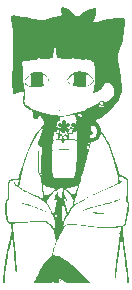
<source format=gbo>
%TF.GenerationSoftware,KiCad,Pcbnew,8.0.5*%
%TF.CreationDate,2025-06-19T13:46:46-07:00*%
%TF.ProjectId,clock,636c6f63-6b2e-46b6-9963-61645f706362,rev?*%
%TF.SameCoordinates,Original*%
%TF.FileFunction,Legend,Bot*%
%TF.FilePolarity,Positive*%
%FSLAX46Y46*%
G04 Gerber Fmt 4.6, Leading zero omitted, Abs format (unit mm)*
G04 Created by KiCad (PCBNEW 8.0.5) date 2025-06-19 13:46:46*
%MOMM*%
%LPD*%
G01*
G04 APERTURE LIST*
%ADD10C,0.300000*%
%ADD11C,0.000000*%
%ADD12C,0.500000*%
%ADD13R,1.700000X1.700000*%
%ADD14O,1.700000X1.700000*%
G04 APERTURE END LIST*
D10*
X216768182Y-129221418D02*
X216911040Y-129149989D01*
X216911040Y-129149989D02*
X217125325Y-129149989D01*
X217125325Y-129149989D02*
X217339611Y-129221418D01*
X217339611Y-129221418D02*
X217482468Y-129364275D01*
X217482468Y-129364275D02*
X217553897Y-129507132D01*
X217553897Y-129507132D02*
X217625325Y-129792846D01*
X217625325Y-129792846D02*
X217625325Y-130007132D01*
X217625325Y-130007132D02*
X217553897Y-130292846D01*
X217553897Y-130292846D02*
X217482468Y-130435703D01*
X217482468Y-130435703D02*
X217339611Y-130578561D01*
X217339611Y-130578561D02*
X217125325Y-130649989D01*
X217125325Y-130649989D02*
X216982468Y-130649989D01*
X216982468Y-130649989D02*
X216768182Y-130578561D01*
X216768182Y-130578561D02*
X216696754Y-130507132D01*
X216696754Y-130507132D02*
X216696754Y-130007132D01*
X216696754Y-130007132D02*
X216982468Y-130007132D01*
X215839611Y-129149989D02*
X215839611Y-129507132D01*
X216196754Y-129364275D02*
X215839611Y-129507132D01*
X215839611Y-129507132D02*
X215482468Y-129364275D01*
X216053897Y-129792846D02*
X215839611Y-129507132D01*
X215839611Y-129507132D02*
X215625325Y-129792846D01*
X214696754Y-129149989D02*
X214696754Y-129507132D01*
X215053897Y-129364275D02*
X214696754Y-129507132D01*
X214696754Y-129507132D02*
X214339611Y-129364275D01*
X214911040Y-129792846D02*
X214696754Y-129507132D01*
X214696754Y-129507132D02*
X214482468Y-129792846D01*
X213553897Y-129149989D02*
X213553897Y-129507132D01*
X213911040Y-129364275D02*
X213553897Y-129507132D01*
X213553897Y-129507132D02*
X213196754Y-129364275D01*
X213768183Y-129792846D02*
X213553897Y-129507132D01*
X213553897Y-129507132D02*
X213339611Y-129792846D01*
D11*
%TO.C,G\u002A\u002A\u002A*%
G36*
X212047397Y-142685259D02*
G01*
X212033800Y-142698856D01*
X212020202Y-142685259D01*
X212033800Y-142671661D01*
X212047397Y-142685259D01*
G37*
G36*
X214630909Y-136049713D02*
G01*
X214617311Y-136063310D01*
X214603714Y-136049713D01*
X214617311Y-136036115D01*
X214630909Y-136049713D01*
G37*
G36*
X214712493Y-136348856D02*
G01*
X214698896Y-136362454D01*
X214685299Y-136348856D01*
X214698896Y-136335259D01*
X214712493Y-136348856D01*
G37*
G36*
X216888082Y-142522089D02*
G01*
X216874485Y-142535687D01*
X216860887Y-142522089D01*
X216874485Y-142508492D01*
X216888082Y-142522089D01*
G37*
G36*
X217812708Y-128543931D02*
G01*
X217799110Y-128557528D01*
X217785513Y-128543931D01*
X217799110Y-128530334D01*
X217812708Y-128543931D01*
G37*
G36*
X219390010Y-138633224D02*
G01*
X219376412Y-138646822D01*
X219362815Y-138633224D01*
X219376412Y-138619627D01*
X219390010Y-138633224D01*
G37*
G36*
X219417204Y-138551640D02*
G01*
X219403607Y-138565237D01*
X219390010Y-138551640D01*
X219403607Y-138538042D01*
X219417204Y-138551640D01*
G37*
G36*
X214601567Y-136400980D02*
G01*
X214599644Y-136428562D01*
X214587284Y-136436673D01*
X214581895Y-136427052D01*
X214585137Y-136384549D01*
X214594926Y-136371962D01*
X214601567Y-136400980D01*
G37*
G36*
X216969667Y-142508492D02*
G01*
X216967704Y-142522889D01*
X216951537Y-142526622D01*
X216948282Y-142522636D01*
X216951537Y-142490362D01*
X216959717Y-142486108D01*
X216969667Y-142508492D01*
G37*
G36*
X219362815Y-140822411D02*
G01*
X219360852Y-140836808D01*
X219344685Y-140840541D01*
X219341430Y-140836555D01*
X219344685Y-140804281D01*
X219352865Y-140800026D01*
X219362815Y-140822411D01*
G37*
G36*
X214392655Y-142482087D02*
G01*
X214413350Y-142508492D01*
X214412560Y-142514992D01*
X214386155Y-142535687D01*
X214379655Y-142534897D01*
X214358960Y-142508492D01*
X214359751Y-142501992D01*
X214386155Y-142481297D01*
X214392655Y-142482087D01*
G37*
G36*
X214280959Y-128078844D02*
G01*
X214343127Y-128103428D01*
X214379400Y-128142807D01*
X214376972Y-128169116D01*
X214349656Y-128174786D01*
X214318168Y-128149606D01*
X214289246Y-128131707D01*
X214229539Y-128122411D01*
X214210753Y-128122045D01*
X214177752Y-128113587D01*
X214190212Y-128089917D01*
X214218674Y-128076261D01*
X214280959Y-128078844D01*
G37*
G36*
X214653022Y-129813871D02*
G01*
X214701559Y-129817580D01*
X214755881Y-129828983D01*
X214779811Y-129855509D01*
X214788808Y-129907860D01*
X214789102Y-129911038D01*
X214781319Y-129985358D01*
X214735165Y-130037036D01*
X214689275Y-130066395D01*
X214658851Y-130080069D01*
X214575592Y-130058634D01*
X214512652Y-130005589D01*
X214482912Y-129934756D01*
X214496526Y-129859908D01*
X214522821Y-129827804D01*
X214569826Y-129813062D01*
X214653022Y-129813871D01*
G37*
G36*
X217286317Y-136760129D02*
G01*
X217400515Y-136767792D01*
X217534268Y-136778514D01*
X217675610Y-136791212D01*
X217812575Y-136804805D01*
X217933197Y-136818212D01*
X218025511Y-136830351D01*
X218077552Y-136840141D01*
X218112926Y-136858093D01*
X218121960Y-136884801D01*
X218115506Y-136890383D01*
X218067575Y-136899654D01*
X217993090Y-136895388D01*
X217957955Y-136891503D01*
X217864860Y-136884316D01*
X217736992Y-136876560D01*
X217586412Y-136868940D01*
X217425181Y-136862162D01*
X217309792Y-136857057D01*
X217174324Y-136848852D01*
X217066553Y-136839717D01*
X216995370Y-136830439D01*
X216969667Y-136821806D01*
X216974821Y-136809997D01*
X217002251Y-136795697D01*
X217062668Y-136779418D01*
X217166421Y-136757794D01*
X217203639Y-136756605D01*
X217286317Y-136760129D01*
G37*
G36*
X211179094Y-135958318D02*
G01*
X211281592Y-135978414D01*
X211428499Y-136018417D01*
X211622695Y-136078875D01*
X211680035Y-136097575D01*
X211815091Y-136142665D01*
X211930591Y-136182653D01*
X212015770Y-136213762D01*
X212059866Y-136232218D01*
X212108493Y-136254108D01*
X212192395Y-136286821D01*
X212291022Y-136322109D01*
X212379678Y-136353380D01*
X212508374Y-136401042D01*
X212618489Y-136444139D01*
X212661836Y-136461856D01*
X212772212Y-136506968D01*
X212902623Y-136560265D01*
X213033211Y-136613633D01*
X213117433Y-136649311D01*
X213210953Y-136692549D01*
X213274760Y-136726589D01*
X213298361Y-136746183D01*
X213295092Y-136760239D01*
X213267802Y-136768112D01*
X213207549Y-136749315D01*
X213107997Y-136702389D01*
X213052762Y-136675489D01*
X212984862Y-136645903D01*
X212947629Y-136634402D01*
X212946647Y-136634356D01*
X212907884Y-136622334D01*
X212835790Y-136593167D01*
X212745164Y-136552818D01*
X212739781Y-136550332D01*
X212649093Y-136510388D01*
X212577090Y-136482022D01*
X212538936Y-136471233D01*
X212515222Y-136466755D01*
X212461750Y-136443153D01*
X212460172Y-136442255D01*
X212413958Y-136422501D01*
X212326971Y-136390182D01*
X212208425Y-136348340D01*
X212067534Y-136300022D01*
X211913513Y-136248270D01*
X211755575Y-136196128D01*
X211602935Y-136146641D01*
X211464807Y-136102852D01*
X211350406Y-136067805D01*
X211268944Y-136044545D01*
X211229638Y-136036115D01*
X211177885Y-136030725D01*
X211119463Y-136009128D01*
X211095577Y-135978816D01*
X211095797Y-135975663D01*
X211118123Y-135957584D01*
X211179094Y-135958318D01*
G37*
G36*
X219441825Y-135638935D02*
G01*
X219444399Y-135653712D01*
X219440034Y-135664832D01*
X219394842Y-135700016D01*
X219305772Y-135744808D01*
X219179202Y-135796962D01*
X219021507Y-135854231D01*
X218839066Y-135914370D01*
X218638255Y-135975133D01*
X218425451Y-136034272D01*
X218207033Y-136089542D01*
X218065618Y-136123761D01*
X217889200Y-136167019D01*
X217720271Y-136208968D01*
X217581551Y-136243998D01*
X217509348Y-136262343D01*
X217383278Y-136293787D01*
X217274553Y-136320211D01*
X217200823Y-136337289D01*
X217179810Y-136342431D01*
X217097924Y-136365937D01*
X216982083Y-136401958D01*
X216844582Y-136446615D01*
X216697718Y-136496029D01*
X216680908Y-136501786D01*
X216526594Y-136554501D01*
X216415835Y-136591651D01*
X216341411Y-136615132D01*
X216296098Y-136626841D01*
X216272673Y-136628675D01*
X216263915Y-136622531D01*
X216262601Y-136610306D01*
X216268250Y-136596719D01*
X216314829Y-136564045D01*
X216409867Y-136523858D01*
X216555060Y-136475494D01*
X216752108Y-136418284D01*
X216789590Y-136407909D01*
X216983695Y-136354005D01*
X217134836Y-136311620D01*
X217251165Y-136278400D01*
X217340830Y-136251993D01*
X217411983Y-136230045D01*
X217472772Y-136210203D01*
X217508439Y-136199012D01*
X217604129Y-136171768D01*
X217725081Y-136139521D01*
X217853500Y-136107091D01*
X218056699Y-136056850D01*
X218284474Y-135998751D01*
X218477765Y-135946711D01*
X218647171Y-135897632D01*
X218803290Y-135848411D01*
X218956721Y-135795949D01*
X219118061Y-135737145D01*
X219243859Y-135690446D01*
X219337841Y-135656798D01*
X219396716Y-135638389D01*
X219428654Y-135633131D01*
X219441825Y-135638935D01*
G37*
G36*
X216272222Y-124839583D02*
G01*
X216452222Y-124880320D01*
X216622732Y-124957161D01*
X216801144Y-125076132D01*
X216824834Y-125094129D01*
X216948900Y-125194496D01*
X217039685Y-125282962D01*
X217109189Y-125372569D01*
X217169415Y-125476360D01*
X217196591Y-125536636D01*
X217210327Y-125618224D01*
X217184215Y-125695173D01*
X217115273Y-125784461D01*
X217109082Y-125791144D01*
X217039770Y-125853795D01*
X216950152Y-125920679D01*
X216852748Y-125984111D01*
X216760080Y-126036403D01*
X216684666Y-126069872D01*
X216639026Y-126076830D01*
X216644685Y-126060953D01*
X216690023Y-126029406D01*
X216765236Y-125989035D01*
X216795802Y-125973383D01*
X216919184Y-125895852D01*
X217024661Y-125807701D01*
X217101333Y-125719121D01*
X217138304Y-125640297D01*
X217141731Y-125609746D01*
X217120145Y-125498266D01*
X217049183Y-125376248D01*
X216931139Y-125246954D01*
X216768304Y-125113646D01*
X216756143Y-125104827D01*
X216677268Y-125049164D01*
X216617972Y-125009880D01*
X216590296Y-124995002D01*
X216589125Y-124996735D01*
X216584985Y-125035122D01*
X216581719Y-125117798D01*
X216579494Y-125236712D01*
X216578474Y-125383814D01*
X216578828Y-125551052D01*
X216582314Y-126107103D01*
X216483646Y-126117573D01*
X216236932Y-126134093D01*
X215983065Y-126130658D01*
X215749812Y-126106466D01*
X215547473Y-126062619D01*
X215386349Y-126000218D01*
X215330729Y-125967923D01*
X215234006Y-125899245D01*
X215140510Y-125820197D01*
X215060831Y-125740793D01*
X215005554Y-125671043D01*
X214985269Y-125620959D01*
X214985397Y-125616701D01*
X214992468Y-125598609D01*
X215014608Y-125628698D01*
X215046565Y-125673391D01*
X215114199Y-125745433D01*
X215198315Y-125820431D01*
X215287970Y-125890056D01*
X215372221Y-125945980D01*
X215440125Y-125979878D01*
X215480737Y-125983419D01*
X215481193Y-125983055D01*
X215488958Y-125949874D01*
X215495300Y-125873827D01*
X215499576Y-125765829D01*
X215501144Y-125636798D01*
X215501613Y-125573467D01*
X215507794Y-125407440D01*
X215520393Y-125271956D01*
X215538446Y-125178846D01*
X215548969Y-125139280D01*
X215560619Y-125066563D01*
X215556549Y-125023838D01*
X215538314Y-125016101D01*
X215487248Y-125034150D01*
X215415297Y-125080607D01*
X215331414Y-125148079D01*
X215244555Y-125229172D01*
X215163673Y-125316495D01*
X215097721Y-125402655D01*
X215044745Y-125479638D01*
X215007912Y-125524903D01*
X214989477Y-125532120D01*
X214984442Y-125505840D01*
X214984474Y-125504143D01*
X215005919Y-125444852D01*
X215060792Y-125362883D01*
X215139863Y-125268455D01*
X215233904Y-125171785D01*
X215333686Y-125083089D01*
X215429981Y-125012584D01*
X215482290Y-124980280D01*
X215623541Y-124905652D01*
X215758155Y-124859247D01*
X215906067Y-124835491D01*
X216087205Y-124828811D01*
X216272222Y-124839583D01*
G37*
G36*
X213451701Y-125683136D02*
G01*
X213415236Y-125753299D01*
X213332206Y-125838657D01*
X213213510Y-125925323D01*
X213068314Y-126007514D01*
X212905789Y-126079442D01*
X212735102Y-126135323D01*
X212723483Y-126138403D01*
X212608954Y-126164544D01*
X212499165Y-126179305D01*
X212374522Y-126184435D01*
X212215430Y-126181681D01*
X212215342Y-126181678D01*
X212055701Y-126173366D01*
X211946212Y-126160027D01*
X211882765Y-126140392D01*
X211861253Y-126113190D01*
X211877570Y-126077150D01*
X211893314Y-126021554D01*
X211883040Y-125919627D01*
X211866358Y-125793589D01*
X211859776Y-125608700D01*
X211869312Y-125422170D01*
X211894498Y-125260932D01*
X211909058Y-125191413D01*
X211918703Y-125123040D01*
X211916736Y-125090964D01*
X211898492Y-125079818D01*
X211842742Y-125086161D01*
X211771637Y-125128993D01*
X211691684Y-125200069D01*
X211609388Y-125291144D01*
X211531255Y-125393973D01*
X211463791Y-125500310D01*
X211413503Y-125601909D01*
X211386897Y-125690526D01*
X211390477Y-125757915D01*
X211394507Y-125767734D01*
X211450912Y-125852254D01*
X211549011Y-125936954D01*
X211694640Y-126026996D01*
X211767470Y-126070159D01*
X211801520Y-126099565D01*
X211786036Y-126109498D01*
X211767875Y-126107394D01*
X211695502Y-126079528D01*
X211605340Y-126027568D01*
X211512814Y-125962085D01*
X211433351Y-125893651D01*
X211382376Y-125832840D01*
X211380330Y-125829354D01*
X211353524Y-125770832D01*
X211349555Y-125711789D01*
X211366474Y-125626992D01*
X211396218Y-125541473D01*
X211459541Y-125415829D01*
X211540182Y-125290049D01*
X211626779Y-125181426D01*
X211707970Y-125107252D01*
X211779574Y-125066164D01*
X212906961Y-125066164D01*
X212921216Y-125124177D01*
X212924873Y-125136391D01*
X212935459Y-125205275D01*
X212944531Y-125312422D01*
X212951222Y-125445691D01*
X212954666Y-125592941D01*
X212954817Y-125607635D01*
X212957424Y-125771272D01*
X212963787Y-125886007D01*
X212977628Y-125956937D01*
X213002668Y-125989158D01*
X213042629Y-125987766D01*
X213101234Y-125957859D01*
X213182203Y-125904533D01*
X213220966Y-125877475D01*
X213327506Y-125789263D01*
X213388009Y-125709764D01*
X213407140Y-125633354D01*
X213404262Y-125609959D01*
X213371016Y-125527656D01*
X213306011Y-125423832D01*
X213216117Y-125308623D01*
X213108199Y-125192164D01*
X213053471Y-125139773D01*
X212974707Y-125074551D01*
X212925331Y-125049818D01*
X212906961Y-125066164D01*
X211779574Y-125066164D01*
X211822119Y-125041751D01*
X211979586Y-124972999D01*
X212149881Y-124915432D01*
X212311370Y-124877296D01*
X212350052Y-124871558D01*
X212561700Y-124869311D01*
X212767642Y-124913258D01*
X212952447Y-125000434D01*
X213023874Y-125051037D01*
X213138610Y-125151905D01*
X213245300Y-125267319D01*
X213336949Y-125387715D01*
X213406562Y-125503526D01*
X213447145Y-125605188D01*
X213448791Y-125633354D01*
X213451701Y-125683136D01*
G37*
G36*
X214912340Y-119493287D02*
G01*
X215043338Y-119566171D01*
X215048829Y-119569627D01*
X215166026Y-119643385D01*
X215269988Y-119719841D01*
X215275726Y-119724599D01*
X215314941Y-119759991D01*
X215338196Y-119780979D01*
X215372762Y-119814381D01*
X215414975Y-119855173D01*
X215419647Y-119859688D01*
X215504000Y-119945239D01*
X215549657Y-119991147D01*
X215567686Y-120009275D01*
X215594409Y-120031940D01*
X215639060Y-120069810D01*
X215700978Y-120103275D01*
X215767507Y-120118943D01*
X215858807Y-120125434D01*
X215971047Y-120107091D01*
X216059180Y-120051932D01*
X216064611Y-120046982D01*
X216085259Y-120030635D01*
X216344185Y-120030635D01*
X216348701Y-120036577D01*
X216383592Y-120054840D01*
X216406612Y-120058167D01*
X216407938Y-120030711D01*
X216394565Y-120013789D01*
X216362008Y-120007801D01*
X216344185Y-120030635D01*
X216085259Y-120030635D01*
X216138715Y-119988315D01*
X216245047Y-119913765D01*
X216355997Y-119841029D01*
X216730723Y-119841029D01*
X216733978Y-119873303D01*
X216742158Y-119877557D01*
X216752108Y-119855173D01*
X216750145Y-119840776D01*
X216733978Y-119837043D01*
X216730723Y-119841029D01*
X216355997Y-119841029D01*
X216370877Y-119831274D01*
X216503476Y-119748783D01*
X216623022Y-119678406D01*
X217078446Y-119678406D01*
X217092044Y-119692004D01*
X217105641Y-119678406D01*
X217092044Y-119664809D01*
X217078446Y-119678406D01*
X216623022Y-119678406D01*
X216630112Y-119674232D01*
X216723508Y-119623470D01*
X217247426Y-119623470D01*
X217250680Y-119655744D01*
X217258860Y-119659999D01*
X217268810Y-119637614D01*
X217266848Y-119623217D01*
X217250680Y-119619484D01*
X217247426Y-119623470D01*
X216723508Y-119623470D01*
X216738058Y-119615562D01*
X216814581Y-119580714D01*
X216904836Y-119552352D01*
X217030608Y-119519446D01*
X217154402Y-119492582D01*
X217220133Y-119480802D01*
X217307315Y-119472293D01*
X217361605Y-119486702D01*
X217390771Y-119531888D01*
X217402575Y-119615713D01*
X217402946Y-119637614D01*
X217403638Y-119678406D01*
X217404785Y-119746036D01*
X217404740Y-119756912D01*
X217398052Y-119855173D01*
X217392118Y-119942364D01*
X217376905Y-120030711D01*
X217359891Y-120129523D01*
X217349129Y-120167914D01*
X217312142Y-120299858D01*
X217292489Y-120344680D01*
X217262678Y-120412668D01*
X217252958Y-120434835D01*
X217233609Y-120470760D01*
X217200710Y-120544765D01*
X217187553Y-120595276D01*
X217188346Y-120608490D01*
X217217402Y-120656084D01*
X217289114Y-120677034D01*
X217404655Y-120671310D01*
X217565198Y-120638881D01*
X217771915Y-120579714D01*
X217801902Y-120570344D01*
X217976254Y-120518686D01*
X218150160Y-120471373D01*
X218310827Y-120431602D01*
X218445460Y-120402570D01*
X218541267Y-120387475D01*
X218548054Y-120386791D01*
X218619889Y-120378758D01*
X218729849Y-120365697D01*
X218864218Y-120349260D01*
X219009281Y-120331101D01*
X219079585Y-120322655D01*
X219300299Y-120302805D01*
X219490247Y-120296308D01*
X219643899Y-120302999D01*
X219755724Y-120322713D01*
X219820191Y-120355284D01*
X219842217Y-120387406D01*
X219859964Y-120458170D01*
X219864610Y-120570009D01*
X219861949Y-120659727D01*
X219851542Y-120825812D01*
X219834641Y-121023882D01*
X219812655Y-121241145D01*
X219786993Y-121464806D01*
X219759064Y-121682071D01*
X219730276Y-121880146D01*
X219702039Y-122046239D01*
X219693955Y-122087077D01*
X219651710Y-122268744D01*
X219594110Y-122483302D01*
X219525329Y-122716968D01*
X219449542Y-122955958D01*
X219370922Y-123186487D01*
X219293645Y-123394772D01*
X219292345Y-123398105D01*
X219275135Y-123445112D01*
X219263987Y-123488919D01*
X219259101Y-123539044D01*
X219260676Y-123605003D01*
X219268910Y-123696313D01*
X219284002Y-123822493D01*
X219306151Y-123993059D01*
X219323292Y-124119315D01*
X219344554Y-124265144D01*
X219363968Y-124387066D01*
X219379921Y-124475056D01*
X219390799Y-124519092D01*
X219398665Y-124542547D01*
X219416245Y-124618276D01*
X219431151Y-124709456D01*
X219435389Y-124739802D01*
X219452009Y-124844340D01*
X219474310Y-124972697D01*
X219498682Y-125103781D01*
X219509579Y-125167738D01*
X219528486Y-125317994D01*
X219544697Y-125496986D01*
X219557859Y-125694357D01*
X219567616Y-125899753D01*
X219573613Y-126102818D01*
X219575494Y-126293197D01*
X219572906Y-126460535D01*
X219569730Y-126517914D01*
X219565491Y-126594477D01*
X219552896Y-126684666D01*
X219534120Y-126754835D01*
X219444763Y-126987074D01*
X219313301Y-127232843D01*
X219145216Y-127485041D01*
X219121189Y-127515376D01*
X218945989Y-127736570D01*
X218943219Y-127739572D01*
X218721099Y-127980329D01*
X218476028Y-128209220D01*
X218216256Y-128416142D01*
X218212223Y-128419417D01*
X218138530Y-128479258D01*
X218049061Y-128566089D01*
X217984098Y-128644979D01*
X217981491Y-128648850D01*
X217925218Y-128721077D01*
X217870092Y-128758791D01*
X217856445Y-128762005D01*
X217795486Y-128776361D01*
X217746789Y-128787617D01*
X217667273Y-128822821D01*
X217566776Y-128885329D01*
X217436170Y-128980322D01*
X217346208Y-129051586D01*
X217263757Y-129123362D01*
X217258494Y-129128666D01*
X217207837Y-129179716D01*
X217187240Y-129212452D01*
X217196093Y-129235967D01*
X217238026Y-129288379D01*
X217302804Y-129347260D01*
X217409606Y-129435946D01*
X217698362Y-129716489D01*
X217963363Y-130034862D01*
X218194688Y-130379584D01*
X218210279Y-130406105D01*
X218288038Y-130546523D01*
X218376506Y-130716670D01*
X218469496Y-130903666D01*
X218560820Y-131094633D01*
X218644293Y-131276690D01*
X218713728Y-131436959D01*
X218762937Y-131562561D01*
X218784074Y-131621886D01*
X218821089Y-131725697D01*
X218849640Y-131805671D01*
X218864839Y-131848107D01*
X218880183Y-131890859D01*
X218931718Y-132037073D01*
X218988475Y-132201286D01*
X219047570Y-132374825D01*
X219106120Y-132549018D01*
X219161241Y-132715192D01*
X219210051Y-132864677D01*
X219249667Y-132988798D01*
X219277205Y-133078885D01*
X219289781Y-133126265D01*
X219305738Y-133216056D01*
X219321055Y-133303032D01*
X219342645Y-133415055D01*
X219367890Y-133490991D01*
X219407368Y-133540875D01*
X219472362Y-133578785D01*
X219574154Y-133618796D01*
X219685539Y-133664769D01*
X219860177Y-133760576D01*
X219997843Y-133869272D01*
X220089830Y-133984677D01*
X220106382Y-134015496D01*
X220123846Y-134057723D01*
X220136027Y-134108141D01*
X220143879Y-134175990D01*
X220148358Y-134270508D01*
X220150420Y-134400935D01*
X220151018Y-134576510D01*
X220150585Y-134674409D01*
X220147236Y-134868860D01*
X220141111Y-135063109D01*
X220132839Y-135239095D01*
X220123049Y-135378759D01*
X220116696Y-135451191D01*
X220108096Y-135567495D01*
X220106346Y-135648343D01*
X220112251Y-135706310D01*
X220126616Y-135753974D01*
X220150244Y-135803910D01*
X220188524Y-135916313D01*
X220204573Y-136056229D01*
X220208023Y-136086308D01*
X220203303Y-136304079D01*
X220174350Y-136569852D01*
X220121145Y-136883846D01*
X220043674Y-137246286D01*
X220011739Y-137382016D01*
X219969536Y-137550863D01*
X219933408Y-137677539D01*
X219900796Y-137768852D01*
X219869143Y-137831609D01*
X219835890Y-137872616D01*
X219798479Y-137898681D01*
X219756475Y-137921363D01*
X219713618Y-137952060D01*
X219685988Y-137990692D01*
X219671579Y-138046499D01*
X219668385Y-138128725D01*
X219674399Y-138246608D01*
X219687616Y-138409392D01*
X219689057Y-138426125D01*
X219703796Y-138590251D01*
X219719532Y-138755150D01*
X219734469Y-138902493D01*
X219746814Y-139013952D01*
X219762339Y-139143744D01*
X219781625Y-139304842D01*
X219798904Y-139449070D01*
X219810163Y-139542250D01*
X219834422Y-139738958D01*
X219859802Y-139940189D01*
X219885028Y-140136192D01*
X219908824Y-140317211D01*
X219929917Y-140473494D01*
X219947030Y-140595288D01*
X219958889Y-140672839D01*
X219969582Y-140740172D01*
X219986693Y-140855048D01*
X220006362Y-140992375D01*
X220026116Y-141135152D01*
X220043291Y-141257776D01*
X220063450Y-141393308D01*
X220081646Y-141507426D01*
X220095369Y-141583867D01*
X220098133Y-141598773D01*
X220109988Y-141683268D01*
X220123487Y-141804334D01*
X220137172Y-141948069D01*
X220149583Y-142100569D01*
X220152617Y-142141294D01*
X220164202Y-142293793D01*
X220175218Y-142434530D01*
X220184544Y-142549343D01*
X220191057Y-142624070D01*
X220196220Y-142686083D01*
X220192954Y-142732925D01*
X220171054Y-142750548D01*
X220122989Y-142753246D01*
X220042686Y-142753246D01*
X220041949Y-142488096D01*
X220036500Y-142276745D01*
X220011187Y-141942130D01*
X219964777Y-141567788D01*
X219896732Y-141148749D01*
X219888103Y-141097989D01*
X219865706Y-140949248D01*
X219843978Y-140784857D01*
X219826613Y-140632047D01*
X219817658Y-140549709D01*
X219801671Y-140423927D01*
X219785621Y-140318891D01*
X219771911Y-140251319D01*
X219767987Y-140233927D01*
X219755196Y-140159055D01*
X219738263Y-140043385D01*
X219718453Y-139896184D01*
X219697033Y-139726718D01*
X219675270Y-139544252D01*
X219654956Y-139368781D01*
X219631183Y-139163917D01*
X219612466Y-139003812D01*
X219598109Y-138883040D01*
X219587419Y-138796178D01*
X219579699Y-138737803D01*
X219574256Y-138702491D01*
X219570394Y-138684817D01*
X219567419Y-138679358D01*
X219564635Y-138680690D01*
X219556126Y-138708754D01*
X219541789Y-138783066D01*
X219523380Y-138894711D01*
X219502247Y-139035074D01*
X219479738Y-139195537D01*
X219457201Y-139367486D01*
X219455329Y-139382271D01*
X219426197Y-139607454D01*
X219394870Y-139841770D01*
X219363521Y-140069436D01*
X219334319Y-140274668D01*
X219309437Y-140441683D01*
X219296683Y-140526766D01*
X219279837Y-140645416D01*
X219267302Y-140740826D01*
X219260084Y-140797144D01*
X219244195Y-140911990D01*
X219227267Y-141026372D01*
X219220241Y-141077346D01*
X219206962Y-141189167D01*
X219191420Y-141333186D01*
X219175012Y-141496311D01*
X219159132Y-141665451D01*
X219155190Y-141709053D01*
X219137228Y-141904714D01*
X219122632Y-142053605D01*
X219110295Y-142161945D01*
X219099108Y-142235951D01*
X219087962Y-142281844D01*
X219075748Y-142305842D01*
X219061359Y-142314162D01*
X219043684Y-142313025D01*
X219041098Y-142312454D01*
X219023182Y-142300721D01*
X219011699Y-142270354D01*
X219005638Y-142212427D01*
X219003987Y-142118016D01*
X219005736Y-141978192D01*
X219009234Y-141861629D01*
X219016882Y-141714278D01*
X219026982Y-141583692D01*
X219038285Y-141488685D01*
X219041421Y-141468714D01*
X219057462Y-141353757D01*
X219074420Y-141215914D01*
X219089110Y-141080762D01*
X219090824Y-141063801D01*
X219107310Y-140914011D01*
X219126674Y-140754993D01*
X219145078Y-140618449D01*
X219146335Y-140609770D01*
X219160724Y-140509195D01*
X219180637Y-140368560D01*
X219204336Y-140200215D01*
X219230081Y-140016511D01*
X219256133Y-139829798D01*
X219257652Y-139818892D01*
X219284650Y-139626764D01*
X219312167Y-139433808D01*
X219338225Y-139253703D01*
X219360846Y-139100127D01*
X219378052Y-138986758D01*
X219384373Y-138946137D01*
X219409748Y-138781613D01*
X219436268Y-138607901D01*
X219459122Y-138456458D01*
X219467455Y-138401094D01*
X219486479Y-138276945D01*
X219503353Y-138169626D01*
X219515189Y-138097628D01*
X219517459Y-138084331D01*
X219523402Y-138025998D01*
X219509054Y-138004087D01*
X219466960Y-138004149D01*
X219421068Y-138011775D01*
X219375262Y-138026782D01*
X219374869Y-138026993D01*
X219338655Y-138033748D01*
X219257414Y-138042958D01*
X219140045Y-138053800D01*
X218995446Y-138065448D01*
X218832515Y-138077078D01*
X218827512Y-138077413D01*
X218627422Y-138089700D01*
X218461393Y-138096610D01*
X218311807Y-138097975D01*
X218161044Y-138093627D01*
X217991486Y-138083398D01*
X217785513Y-138067122D01*
X217651421Y-138055345D01*
X217436382Y-138034895D01*
X217217852Y-138012541D01*
X217015074Y-137990275D01*
X216847290Y-137970085D01*
X216685181Y-137949377D01*
X216344359Y-137906910D01*
X216051058Y-137872228D01*
X215800906Y-137845043D01*
X215589534Y-137825063D01*
X215412571Y-137811999D01*
X215265647Y-137805561D01*
X215144392Y-137805459D01*
X215044435Y-137811402D01*
X214961407Y-137823101D01*
X214890936Y-137840266D01*
X214886333Y-137841661D01*
X214852046Y-137853624D01*
X214822137Y-137870592D01*
X214792500Y-137898797D01*
X214759027Y-137944469D01*
X214717614Y-138013841D01*
X214664152Y-138113144D01*
X214627478Y-138184509D01*
X214594537Y-138248610D01*
X214504662Y-138426471D01*
X214470894Y-138494984D01*
X214374734Y-138690083D01*
X214250800Y-138952785D01*
X214135659Y-139207903D01*
X214031666Y-139449642D01*
X213941178Y-139672205D01*
X213866551Y-139869797D01*
X213810141Y-140036622D01*
X213774305Y-140166884D01*
X213761398Y-140254787D01*
X213763113Y-140287158D01*
X213780695Y-140333694D01*
X213824755Y-140368620D01*
X213904482Y-140397860D01*
X214029061Y-140427336D01*
X214265336Y-140493170D01*
X214533551Y-140604999D01*
X214812653Y-140759450D01*
X215104331Y-140957780D01*
X215410272Y-141201245D01*
X215732167Y-141491103D01*
X216071703Y-141828611D01*
X216430569Y-142215027D01*
X216477457Y-142266830D01*
X216585331Y-142382951D01*
X216686084Y-142487552D01*
X216770157Y-142570821D01*
X216827993Y-142622950D01*
X216870099Y-142658120D01*
X216920729Y-142705688D01*
X216941068Y-142732850D01*
X216941019Y-142733084D01*
X216912628Y-142737700D01*
X216836133Y-142741940D01*
X216717526Y-142745684D01*
X216562797Y-142748809D01*
X216377937Y-142751192D01*
X216168936Y-142752712D01*
X215941786Y-142753246D01*
X214941099Y-142753246D01*
X214754777Y-142630869D01*
X214726295Y-142612246D01*
X214643756Y-142559324D01*
X214583669Y-142522380D01*
X214557447Y-142508492D01*
X214550322Y-142505750D01*
X214509048Y-142481557D01*
X214446387Y-142440505D01*
X214381585Y-142398727D01*
X214331755Y-142376793D01*
X214309795Y-142388582D01*
X214307771Y-142433706D01*
X214309005Y-142454385D01*
X214310281Y-142532342D01*
X214308800Y-142624070D01*
X214304571Y-142753246D01*
X214070242Y-142753246D01*
X213983515Y-142752836D01*
X213904012Y-142749763D01*
X213861796Y-142741648D01*
X213846962Y-142726141D01*
X213849606Y-142700891D01*
X213852071Y-142666196D01*
X213825582Y-142663008D01*
X213806143Y-142665162D01*
X213787868Y-142636688D01*
X213792491Y-142616109D01*
X213828661Y-142580242D01*
X213855949Y-142550737D01*
X213869453Y-142490904D01*
X213868620Y-142455401D01*
X213860690Y-142440255D01*
X213837264Y-142461913D01*
X213789944Y-142523853D01*
X213763143Y-142561332D01*
X213729581Y-142615310D01*
X213721035Y-142641087D01*
X213721297Y-142641392D01*
X213708908Y-142664168D01*
X213666536Y-142702893D01*
X213654496Y-142711707D01*
X213629808Y-142724773D01*
X213595586Y-142734688D01*
X213545420Y-142741788D01*
X213472906Y-142746410D01*
X213371635Y-142748893D01*
X213235201Y-142749573D01*
X213057197Y-142748787D01*
X212831216Y-142746874D01*
X212060995Y-142739648D01*
X212125097Y-142675546D01*
X212129187Y-142670918D01*
X212162195Y-142621264D01*
X212214773Y-142531047D01*
X212283222Y-142407063D01*
X212363844Y-142256111D01*
X212452940Y-142084988D01*
X212546810Y-141900493D01*
X212562811Y-141868733D01*
X212657507Y-141682794D01*
X212747708Y-141508914D01*
X212829490Y-141354433D01*
X212898931Y-141226688D01*
X212952105Y-141133018D01*
X212985089Y-141080762D01*
X213049041Y-141001056D01*
X213151609Y-140887676D01*
X213266720Y-140771743D01*
X213382675Y-140664456D01*
X213487771Y-140577014D01*
X213570309Y-140520616D01*
X213606284Y-140500228D01*
X213661696Y-140460895D01*
X213683917Y-140422067D01*
X213684487Y-140368357D01*
X213684111Y-140364016D01*
X213690792Y-140258099D01*
X213722820Y-140109441D01*
X213779027Y-139922520D01*
X213858246Y-139701812D01*
X213898676Y-139593335D01*
X213949785Y-139437884D01*
X213979950Y-139307251D01*
X213991218Y-139186358D01*
X213985634Y-139060127D01*
X213965246Y-138913483D01*
X213925689Y-138693647D01*
X213881448Y-138494280D01*
X214009700Y-138494280D01*
X214016192Y-138530677D01*
X214025475Y-138530256D01*
X214030475Y-138494984D01*
X214026120Y-138468253D01*
X214014045Y-138478554D01*
X214009700Y-138494280D01*
X213881448Y-138494280D01*
X213881158Y-138492971D01*
X213832141Y-138328970D01*
X213774665Y-138192367D01*
X213704762Y-138073890D01*
X213618460Y-137964262D01*
X213511790Y-137854210D01*
X213465835Y-137810565D01*
X213351755Y-137709562D01*
X213251660Y-137638850D01*
X213151916Y-137593314D01*
X213038890Y-137567840D01*
X212898948Y-137557312D01*
X212718455Y-137556618D01*
X212692483Y-137557047D01*
X212544666Y-137562004D01*
X212360435Y-137571231D01*
X212154329Y-137583851D01*
X211940889Y-137598991D01*
X211734656Y-137615777D01*
X211693157Y-137619389D01*
X211483198Y-137637111D01*
X211268343Y-137654443D01*
X211063355Y-137670243D01*
X210883000Y-137683366D01*
X210742044Y-137692668D01*
X210704971Y-137694919D01*
X210574764Y-137703110D01*
X210468465Y-137710237D01*
X210396206Y-137715598D01*
X210368114Y-137718496D01*
X210365988Y-137721395D01*
X210361002Y-137762872D01*
X210361197Y-137842676D01*
X210365877Y-137948212D01*
X210374347Y-138066889D01*
X210385909Y-138186112D01*
X210399870Y-138293289D01*
X210406083Y-138335232D01*
X210418839Y-138435973D01*
X210425153Y-138510559D01*
X210423724Y-138545251D01*
X210421368Y-138563897D01*
X210426249Y-138624826D01*
X210439875Y-138708421D01*
X210451128Y-138776404D01*
X210466854Y-138893646D01*
X210482941Y-139033055D01*
X210497246Y-139177122D01*
X210504146Y-139251658D01*
X210520051Y-139416199D01*
X210539088Y-139606616D01*
X210559442Y-139804881D01*
X210579302Y-139992967D01*
X210590575Y-140098211D01*
X210605200Y-140236869D01*
X210617332Y-140356738D01*
X210627856Y-140468255D01*
X210637659Y-140581855D01*
X210647627Y-140707975D01*
X210658647Y-140857050D01*
X210671604Y-141039516D01*
X210687385Y-141265809D01*
X210692401Y-141336347D01*
X210703235Y-141478508D01*
X210713407Y-141599464D01*
X210721960Y-141688190D01*
X210727939Y-141733664D01*
X210726672Y-141799918D01*
X210697814Y-141843163D01*
X210651510Y-141847765D01*
X210635985Y-141838461D01*
X210621422Y-141817828D01*
X210608680Y-141780312D01*
X210596789Y-141719686D01*
X210584777Y-141629724D01*
X210571674Y-141504199D01*
X210556509Y-141336884D01*
X210538313Y-141121554D01*
X210533278Y-141060961D01*
X210501049Y-140677052D01*
X210471948Y-140337524D01*
X210446152Y-140044350D01*
X210423835Y-139799501D01*
X210405174Y-139604949D01*
X210390344Y-139462668D01*
X210389288Y-139453138D01*
X210374489Y-139312902D01*
X210360089Y-139166137D01*
X210349068Y-139043114D01*
X210343764Y-138983317D01*
X210332411Y-138890390D01*
X210320684Y-138848514D01*
X210307616Y-138855401D01*
X210292239Y-138908763D01*
X210287162Y-138930293D01*
X210264457Y-139015827D01*
X210237136Y-139109134D01*
X210229116Y-139136443D01*
X210203563Y-139240597D01*
X210187362Y-139332270D01*
X210187304Y-139332752D01*
X210170466Y-139430052D01*
X210146920Y-139522634D01*
X210139431Y-139548435D01*
X210117843Y-139633955D01*
X210091808Y-139747154D01*
X210065411Y-139870591D01*
X210041864Y-139985286D01*
X209991982Y-140229113D01*
X209951337Y-140429675D01*
X209918616Y-140594045D01*
X209892501Y-140729291D01*
X209871677Y-140842484D01*
X209854828Y-140940692D01*
X209840638Y-141030987D01*
X209827791Y-141120437D01*
X209814972Y-141216113D01*
X209801729Y-141320388D01*
X209768523Y-141608016D01*
X209737505Y-141911739D01*
X209710960Y-142208314D01*
X209691175Y-142474498D01*
X209687471Y-142531259D01*
X209679303Y-142637236D01*
X209670163Y-142702650D01*
X209657121Y-142737274D01*
X209637248Y-142750882D01*
X209607613Y-142753246D01*
X209541977Y-142753246D01*
X209557966Y-142256940D01*
X209562883Y-142126199D01*
X209571395Y-141952805D01*
X209581334Y-141793371D01*
X209591835Y-141661368D01*
X209602032Y-141570269D01*
X209611811Y-141508524D01*
X209633719Y-141381503D01*
X209663206Y-141218235D01*
X209698537Y-141027697D01*
X209737975Y-140818863D01*
X209779785Y-140600709D01*
X209822233Y-140382208D01*
X209863582Y-140172337D01*
X209902096Y-139980070D01*
X209936042Y-139814381D01*
X209963682Y-139684247D01*
X209983282Y-139598642D01*
X210049547Y-139331193D01*
X210109336Y-139086652D01*
X210157529Y-138883809D01*
X210195099Y-138716944D01*
X210223020Y-138580337D01*
X210242265Y-138468266D01*
X210253807Y-138375011D01*
X210258620Y-138294850D01*
X210257677Y-138222064D01*
X210251953Y-138150930D01*
X210242419Y-138075730D01*
X210225771Y-137969282D01*
X210200560Y-137860953D01*
X210167385Y-137786200D01*
X210120364Y-137732985D01*
X210053617Y-137689272D01*
X209957919Y-137612112D01*
X209869533Y-137479303D01*
X209799963Y-137298214D01*
X209749669Y-137070455D01*
X209719111Y-136797636D01*
X209708748Y-136481368D01*
X209709602Y-136437747D01*
X209875599Y-136437747D01*
X209875990Y-136650097D01*
X209881737Y-136823622D01*
X209893319Y-136969047D01*
X209911217Y-137097094D01*
X209917721Y-137134812D01*
X209942504Y-137271037D01*
X209968621Y-137379526D01*
X210001961Y-137463123D01*
X210048415Y-137524676D01*
X210113874Y-137567029D01*
X210204228Y-137593027D01*
X210325368Y-137605516D01*
X210483184Y-137607342D01*
X210683567Y-137601350D01*
X210932408Y-137590385D01*
X211258243Y-137574919D01*
X211636114Y-137554933D01*
X211961122Y-137535145D01*
X212232886Y-137515579D01*
X212451025Y-137496263D01*
X212615156Y-137477220D01*
X212687896Y-137468842D01*
X212928601Y-137468884D01*
X213146979Y-137516712D01*
X213348908Y-137614142D01*
X213540264Y-137762989D01*
X213553150Y-137775157D01*
X213652011Y-137877306D01*
X213747166Y-137988501D01*
X213819631Y-138086745D01*
X213923843Y-138247331D01*
X213923843Y-138162825D01*
X214473332Y-138162825D01*
X214476924Y-138218503D01*
X214486367Y-138223116D01*
X214490641Y-138184509D01*
X214486850Y-138147099D01*
X214476924Y-138150516D01*
X214473332Y-138162825D01*
X213923843Y-138162825D01*
X213923843Y-138077980D01*
X214474086Y-138077980D01*
X214477791Y-138102925D01*
X214480620Y-138102478D01*
X214501088Y-138072132D01*
X214516221Y-138005618D01*
X214521196Y-137932741D01*
X214634903Y-137932741D01*
X214640392Y-137973255D01*
X214655790Y-137976536D01*
X214679850Y-137934259D01*
X214702981Y-137887360D01*
X214736101Y-137847239D01*
X214783783Y-137817681D01*
X214852652Y-137797436D01*
X214949329Y-137785253D01*
X215080440Y-137779880D01*
X215252607Y-137780067D01*
X215472455Y-137784562D01*
X215511665Y-137785612D01*
X215697235Y-137792004D01*
X215873718Y-137800240D01*
X216029791Y-137809655D01*
X216154128Y-137819583D01*
X216235406Y-137829361D01*
X216352692Y-137847638D01*
X216495095Y-137867494D01*
X216629731Y-137884297D01*
X216712809Y-137893953D01*
X216857862Y-137911083D01*
X217018813Y-137930319D01*
X217173628Y-137949039D01*
X217424644Y-137974376D01*
X217717953Y-137993220D01*
X218021924Y-138003037D01*
X218327333Y-138004074D01*
X218624958Y-137996572D01*
X218905578Y-137980776D01*
X219159970Y-137956931D01*
X219378911Y-137925280D01*
X219553179Y-137886068D01*
X219562189Y-137883451D01*
X219670599Y-137845869D01*
X219746520Y-137800322D01*
X219799597Y-137735287D01*
X219839472Y-137639245D01*
X219875789Y-137500676D01*
X219876516Y-137497525D01*
X219929716Y-137250047D01*
X219975546Y-136998520D01*
X220016797Y-136726166D01*
X220056262Y-136416210D01*
X220057791Y-136403220D01*
X220074672Y-136249534D01*
X220083580Y-136137606D01*
X220084706Y-136056229D01*
X220078242Y-135994195D01*
X220064378Y-135940299D01*
X220053667Y-135910357D01*
X220016166Y-135847286D01*
X219965483Y-135823150D01*
X219939978Y-135818116D01*
X219913992Y-135795422D01*
X219920470Y-135741565D01*
X219967713Y-135523548D01*
X220007808Y-135268130D01*
X220037112Y-135000173D01*
X220054234Y-134735779D01*
X220057787Y-134491052D01*
X220046380Y-134282095D01*
X220044725Y-134266238D01*
X220031866Y-134154675D01*
X220017648Y-134080731D01*
X219996104Y-134029593D01*
X219961266Y-133986446D01*
X219907168Y-133936477D01*
X219900223Y-133930425D01*
X219790017Y-133853333D01*
X219659377Y-133787556D01*
X219528319Y-133741745D01*
X219416857Y-133724552D01*
X219373818Y-133726559D01*
X219350020Y-133742608D01*
X219360109Y-133785740D01*
X219369887Y-133818211D01*
X219387761Y-133900406D01*
X219403337Y-133996501D01*
X219412347Y-134057853D01*
X219425376Y-134129914D01*
X219435358Y-134166213D01*
X219438414Y-134168724D01*
X219472455Y-134160784D01*
X219527096Y-134127352D01*
X219563513Y-134102895D01*
X219611754Y-134083779D01*
X219625906Y-134098387D01*
X219604235Y-134139638D01*
X219557427Y-134187697D01*
X219545006Y-134200450D01*
X219498537Y-134237034D01*
X219430747Y-134281578D01*
X219339579Y-134333656D01*
X219218424Y-134396841D01*
X219060671Y-134474706D01*
X218859710Y-134570823D01*
X218835519Y-134581870D01*
X218746560Y-134619948D01*
X218624981Y-134669921D01*
X218483710Y-134726626D01*
X218335679Y-134784906D01*
X218193819Y-134839598D01*
X218071059Y-134885544D01*
X218040711Y-134897222D01*
X217938982Y-134941040D01*
X217839902Y-134988893D01*
X217778512Y-135019813D01*
X217674031Y-135070851D01*
X217548847Y-135130913D01*
X217418382Y-135192547D01*
X217362980Y-135218632D01*
X217182838Y-135305089D01*
X216998732Y-135395623D01*
X216818244Y-135486313D01*
X216648954Y-135573234D01*
X216498443Y-135652463D01*
X216374294Y-135720076D01*
X216284088Y-135772149D01*
X216235406Y-135804761D01*
X216221267Y-135815477D01*
X216159895Y-135853861D01*
X216082239Y-135895890D01*
X216049080Y-135913309D01*
X215927458Y-135985719D01*
X215789012Y-136077808D01*
X215646516Y-136180179D01*
X215512740Y-136283434D01*
X215400456Y-136378174D01*
X215322436Y-136455001D01*
X215266425Y-136525849D01*
X215213402Y-136608751D01*
X215186016Y-136672467D01*
X215166075Y-136747280D01*
X215078348Y-136937958D01*
X215047127Y-136977218D01*
X214940085Y-137111822D01*
X214938369Y-137113568D01*
X214878676Y-137180363D01*
X214829590Y-137251924D01*
X214786986Y-137337990D01*
X214746741Y-137448301D01*
X214704729Y-137592594D01*
X214656824Y-137780607D01*
X214640571Y-137863317D01*
X214634903Y-137932741D01*
X214521196Y-137932741D01*
X214522129Y-137919066D01*
X214529972Y-137826113D01*
X214549166Y-137737725D01*
X214555741Y-137717458D01*
X214620783Y-137523253D01*
X214675943Y-137372682D01*
X214724688Y-137257488D01*
X214770484Y-137169416D01*
X214816796Y-137100211D01*
X214910679Y-136977218D01*
X214793815Y-136513465D01*
X214765424Y-136401527D01*
X214721261Y-136232170D01*
X214686289Y-136106771D01*
X214658560Y-136019461D01*
X214636126Y-135964366D01*
X214617038Y-135935615D01*
X214599349Y-135927336D01*
X214590506Y-135938512D01*
X214580373Y-135990333D01*
X214576362Y-136070109D01*
X214574581Y-136130865D01*
X214564809Y-136256357D01*
X214549388Y-136376051D01*
X214548065Y-136384674D01*
X214539083Y-136469560D01*
X214529976Y-136595836D01*
X214521841Y-136743808D01*
X214521378Y-136752233D01*
X214513919Y-136927482D01*
X214508230Y-137110312D01*
X214507752Y-137129205D01*
X214502555Y-137316376D01*
X214496756Y-137498620D01*
X214490798Y-137663574D01*
X214489480Y-137695002D01*
X214485124Y-137798877D01*
X214481686Y-137863726D01*
X214480178Y-137892164D01*
X214478613Y-137917486D01*
X214474409Y-138011827D01*
X214474086Y-138077980D01*
X213923843Y-138077980D01*
X213923843Y-137863726D01*
X213923434Y-137765508D01*
X213921126Y-137673318D01*
X214038214Y-137673318D01*
X214041806Y-137728995D01*
X214051249Y-137733608D01*
X214055523Y-137695002D01*
X214051732Y-137657592D01*
X214041806Y-137661008D01*
X214038214Y-137673318D01*
X213921126Y-137673318D01*
X213918864Y-137582985D01*
X213907490Y-137440476D01*
X213887162Y-137328164D01*
X213855731Y-137236233D01*
X213811046Y-137154868D01*
X213759123Y-137085206D01*
X213918894Y-137085206D01*
X213925226Y-137131042D01*
X213951292Y-137213968D01*
X213966613Y-137260891D01*
X214000211Y-137375986D01*
X214025284Y-137477443D01*
X214051066Y-137599820D01*
X214052230Y-137450248D01*
X214052399Y-137435042D01*
X214054380Y-137341494D01*
X214058065Y-137212175D01*
X214063001Y-137062117D01*
X214068729Y-136906351D01*
X214069179Y-136894654D01*
X214073531Y-136743808D01*
X214073023Y-136646867D01*
X214067542Y-136603569D01*
X214056977Y-136613653D01*
X214041216Y-136676858D01*
X214020146Y-136792922D01*
X214001366Y-136871742D01*
X213976781Y-136936257D01*
X213963251Y-136972936D01*
X213965101Y-137015884D01*
X213968151Y-137030967D01*
X213942380Y-137057790D01*
X213931536Y-137063169D01*
X213918894Y-137085206D01*
X213759123Y-137085206D01*
X213750958Y-137074252D01*
X213658383Y-136937649D01*
X213598500Y-136790280D01*
X213563340Y-136673839D01*
X213457972Y-136430746D01*
X213315292Y-136191728D01*
X213144408Y-135969361D01*
X213090475Y-135914531D01*
X213234257Y-135914531D01*
X213251211Y-135961948D01*
X213297556Y-136030689D01*
X213337872Y-136089011D01*
X213404229Y-136191602D01*
X213466675Y-136294403D01*
X213511348Y-136370886D01*
X213563140Y-136459104D01*
X213600128Y-136521593D01*
X213616677Y-136553963D01*
X213650688Y-136640324D01*
X213680201Y-136737267D01*
X213685614Y-136757297D01*
X213720687Y-136852938D01*
X213760496Y-136918819D01*
X213799079Y-136947268D01*
X213830472Y-136930614D01*
X213832585Y-136926890D01*
X213852343Y-136873979D01*
X213871222Y-136799667D01*
X213879824Y-136757991D01*
X213900732Y-136657754D01*
X213922824Y-136552818D01*
X213935179Y-136493273D01*
X213953529Y-136400487D01*
X213965312Y-136335259D01*
X213967409Y-136322553D01*
X213979806Y-136251994D01*
X213998218Y-136150708D01*
X214019488Y-136036115D01*
X214023753Y-136013106D01*
X214046067Y-135884670D01*
X214065268Y-135762041D01*
X214077593Y-135668985D01*
X214084380Y-135620453D01*
X214100116Y-135553918D01*
X214116875Y-135523945D01*
X214135144Y-135495321D01*
X214140756Y-135437968D01*
X214132751Y-135378038D01*
X214111837Y-135341182D01*
X214071594Y-135338740D01*
X214034384Y-135388395D01*
X214002458Y-135491959D01*
X213998318Y-135511447D01*
X213990373Y-135595175D01*
X214008485Y-135645474D01*
X214024237Y-135667600D01*
X214029699Y-135690038D01*
X214020532Y-135695311D01*
X213949367Y-135734831D01*
X213911136Y-135748226D01*
X213892877Y-135736386D01*
X213881629Y-135700200D01*
X213877758Y-135648108D01*
X213891480Y-135546950D01*
X213922920Y-135429202D01*
X213966977Y-135312910D01*
X214018545Y-135216116D01*
X214061293Y-135142198D01*
X214078186Y-135073770D01*
X214071756Y-134987536D01*
X214065436Y-134952049D01*
X214048210Y-134890918D01*
X214031084Y-134866736D01*
X214009734Y-134877179D01*
X213956327Y-134918624D01*
X213884008Y-134982428D01*
X213803216Y-135058670D01*
X213724389Y-135137428D01*
X213657964Y-135208783D01*
X213614379Y-135262812D01*
X213575589Y-135319905D01*
X213454921Y-135500929D01*
X213388722Y-135604275D01*
X213359529Y-135649850D01*
X213291823Y-135762834D01*
X213254212Y-135836045D01*
X213242007Y-135867379D01*
X213234257Y-135914531D01*
X213090475Y-135914531D01*
X212954428Y-135776223D01*
X212754463Y-135624890D01*
X212750519Y-135622567D01*
X212702303Y-135597735D01*
X212614158Y-135554674D01*
X212494096Y-135497128D01*
X212350124Y-135428837D01*
X212190252Y-135353545D01*
X212022490Y-135274994D01*
X211854848Y-135196924D01*
X211695334Y-135123079D01*
X211551958Y-135057200D01*
X211432731Y-135003030D01*
X211345660Y-134964310D01*
X211298757Y-134944783D01*
X211283376Y-134937371D01*
X211227024Y-134906409D01*
X211142578Y-134857996D01*
X211041686Y-134798749D01*
X210955205Y-134744980D01*
X210797183Y-134632717D01*
X210699779Y-134549778D01*
X210907340Y-134549778D01*
X210911914Y-134602427D01*
X210941205Y-134636325D01*
X211005765Y-134672175D01*
X211030642Y-134685495D01*
X211102361Y-134730693D01*
X211148394Y-134769660D01*
X211168271Y-134786697D01*
X211238155Y-134830310D01*
X211349033Y-134890391D01*
X211495204Y-134964018D01*
X211670970Y-135048265D01*
X211870631Y-135140209D01*
X211978079Y-135188943D01*
X212122053Y-135254541D01*
X212251359Y-135313734D01*
X212254548Y-135315199D01*
X212463499Y-135410621D01*
X212625481Y-135483320D01*
X212742501Y-135534169D01*
X212816563Y-135564039D01*
X212849673Y-135573803D01*
X212872529Y-135582065D01*
X212917934Y-135614868D01*
X212923351Y-135619731D01*
X212942717Y-135634304D01*
X212953962Y-135631584D01*
X212957078Y-135604275D01*
X212952057Y-135545081D01*
X212938889Y-135446706D01*
X212917567Y-135301854D01*
X212913317Y-135273334D01*
X212895046Y-135151149D01*
X212882115Y-135066115D01*
X212872318Y-135004232D01*
X212863450Y-134951504D01*
X212853306Y-134893931D01*
X212844402Y-134840956D01*
X212833707Y-134767609D01*
X212822120Y-134675811D01*
X212808588Y-134556637D01*
X212796456Y-134442534D01*
X212902176Y-134442534D01*
X212902505Y-134500934D01*
X212910030Y-134589133D01*
X212922658Y-134691246D01*
X212938293Y-134791388D01*
X212954841Y-134873674D01*
X212970205Y-134922220D01*
X212982240Y-134958732D01*
X212998287Y-135036731D01*
X213012153Y-135132980D01*
X213023359Y-135206789D01*
X213042345Y-135275040D01*
X213063076Y-135298345D01*
X213085320Y-135295856D01*
X213239388Y-135278280D01*
X213351411Y-135262933D01*
X213432033Y-135245965D01*
X213491902Y-135223528D01*
X213541663Y-135191773D01*
X213591961Y-135146851D01*
X213653444Y-135084913D01*
X213669515Y-135068718D01*
X213752982Y-134988139D01*
X213828289Y-134920592D01*
X213880811Y-134879300D01*
X213885243Y-134876364D01*
X213899929Y-134863457D01*
X214129302Y-134863457D01*
X214135477Y-134954888D01*
X214159211Y-135089972D01*
X214163996Y-135114962D01*
X214198500Y-135266678D01*
X214236069Y-135375440D01*
X214273135Y-135437968D01*
X214281017Y-135451264D01*
X214337661Y-135504165D01*
X214388155Y-135531514D01*
X214446596Y-135546608D01*
X214459549Y-135546026D01*
X214487595Y-135532494D01*
X214498283Y-135491160D01*
X214496311Y-135409023D01*
X214497857Y-135366362D01*
X214510425Y-135273358D01*
X214511594Y-135267096D01*
X214608731Y-135267096D01*
X214612553Y-135314938D01*
X214630262Y-135406521D01*
X214659708Y-135532137D01*
X214698646Y-135682719D01*
X214744826Y-135849202D01*
X214796002Y-136022518D01*
X214825216Y-136118829D01*
X214876434Y-136291114D01*
X214914211Y-136424705D01*
X214940892Y-136528466D01*
X214958819Y-136611264D01*
X214970336Y-136681963D01*
X214980322Y-136738378D01*
X214998653Y-136803525D01*
X215017744Y-136844473D01*
X215032752Y-136851750D01*
X215038832Y-136815882D01*
X215050715Y-136765398D01*
X215079457Y-136698699D01*
X215107767Y-136629219D01*
X215120385Y-136566415D01*
X215128225Y-136539936D01*
X215168457Y-136481115D01*
X215231345Y-136418093D01*
X215271132Y-136383602D01*
X215323548Y-136331648D01*
X215362446Y-136277269D01*
X215394420Y-136207859D01*
X215422620Y-136121383D01*
X215531862Y-136121383D01*
X215532977Y-136143917D01*
X215536205Y-136142490D01*
X215569335Y-136119003D01*
X215623521Y-136076065D01*
X215636915Y-136065482D01*
X215698751Y-136025365D01*
X215743616Y-136009055D01*
X215751279Y-136007773D01*
X215802121Y-135986765D01*
X215881136Y-135945344D01*
X215974772Y-135890464D01*
X216065784Y-135835746D01*
X216260248Y-135724335D01*
X216483466Y-135601908D01*
X216724641Y-135473988D01*
X216972974Y-135346101D01*
X217217668Y-135223771D01*
X217447923Y-135112525D01*
X217652942Y-135017885D01*
X217821926Y-134945378D01*
X217842541Y-134936906D01*
X217943610Y-134893390D01*
X218065792Y-134838649D01*
X218187100Y-134782493D01*
X218237726Y-134758854D01*
X218331189Y-134716701D01*
X218399946Y-134687724D01*
X218431854Y-134677149D01*
X218438844Y-134675802D01*
X218488027Y-134656866D01*
X218573661Y-134618865D01*
X218686879Y-134565988D01*
X218818812Y-134502422D01*
X218960593Y-134432356D01*
X219103356Y-134359978D01*
X219118580Y-134352194D01*
X219203582Y-134309097D01*
X219261627Y-134274223D01*
X219296057Y-134237210D01*
X219310217Y-134187697D01*
X219307450Y-134115320D01*
X219291099Y-134009717D01*
X219264508Y-133860526D01*
X219254703Y-133807745D01*
X219230167Y-133689383D01*
X219195946Y-133537254D01*
X219151282Y-133348237D01*
X219095421Y-133119210D01*
X219027607Y-132847051D01*
X218947083Y-132528637D01*
X218853095Y-132160848D01*
X218842365Y-132120748D01*
X218780499Y-131923795D01*
X218696809Y-131694962D01*
X218596550Y-131446057D01*
X218484980Y-131188890D01*
X218367356Y-130935267D01*
X218248935Y-130696996D01*
X218134974Y-130485885D01*
X218030730Y-130313743D01*
X218029928Y-130312525D01*
X217962119Y-130219787D01*
X217866593Y-130102647D01*
X217752178Y-129970649D01*
X217627700Y-129833334D01*
X217501984Y-129700246D01*
X217383859Y-129580928D01*
X217282150Y-129484921D01*
X217205684Y-129421768D01*
X217128961Y-129366911D01*
X217050176Y-129442392D01*
X217014438Y-129479011D01*
X216987513Y-129523202D01*
X216980008Y-129579987D01*
X216981889Y-129607689D01*
X216986120Y-129669981D01*
X216990836Y-129759072D01*
X216979392Y-129845740D01*
X216944465Y-129929820D01*
X216932767Y-129953903D01*
X216900882Y-130042273D01*
X216888082Y-130116974D01*
X216887936Y-130121233D01*
X216887784Y-130125655D01*
X216882432Y-130149265D01*
X216870291Y-130202818D01*
X216869680Y-130205512D01*
X216832151Y-130286897D01*
X216812276Y-130321389D01*
X216792379Y-130381280D01*
X216804956Y-130431092D01*
X216806981Y-130434975D01*
X216831187Y-130527488D01*
X216821420Y-130648125D01*
X216777176Y-130803646D01*
X216746084Y-130898491D01*
X216699698Y-131084690D01*
X216699368Y-131086948D01*
X216670273Y-131286086D01*
X216654550Y-131521768D01*
X216652228Y-131596180D01*
X216652410Y-131688941D01*
X216658297Y-131729683D01*
X216669993Y-131719746D01*
X216672229Y-131713839D01*
X216688903Y-131656947D01*
X216713906Y-131559978D01*
X216744746Y-131433746D01*
X216778929Y-131289062D01*
X216813960Y-131136742D01*
X216847346Y-130987597D01*
X216876594Y-130852440D01*
X216899209Y-130742085D01*
X216912699Y-130667344D01*
X216916536Y-130646512D01*
X216938767Y-130580920D01*
X216966550Y-130548272D01*
X216976398Y-130545617D01*
X216986804Y-130547849D01*
X216991844Y-130562479D01*
X216990600Y-130595323D01*
X216982157Y-130652192D01*
X216965595Y-130738903D01*
X216940000Y-130861269D01*
X216904452Y-131025104D01*
X216858036Y-131236222D01*
X216842482Y-131306603D01*
X216781038Y-131580217D01*
X216725853Y-131818673D01*
X216677818Y-132018338D01*
X216637824Y-132175577D01*
X216606760Y-132286759D01*
X216585518Y-132348250D01*
X216580241Y-132361883D01*
X216559469Y-132426766D01*
X216529586Y-132528708D01*
X216493753Y-132656748D01*
X216455137Y-132799927D01*
X216434731Y-132876019D01*
X216394332Y-133023764D01*
X216344508Y-133203597D01*
X216287656Y-133407069D01*
X216226171Y-133625729D01*
X216162452Y-133851127D01*
X216098895Y-134074815D01*
X216037896Y-134288342D01*
X215981853Y-134483258D01*
X215970008Y-134524093D01*
X215933163Y-134651114D01*
X215894221Y-134783460D01*
X215867426Y-134871846D01*
X215855070Y-134913362D01*
X215835288Y-134991654D01*
X215827483Y-135041573D01*
X215827297Y-135045305D01*
X215816828Y-135096524D01*
X215793483Y-135180556D01*
X215761703Y-135281217D01*
X215739056Y-135351110D01*
X215694592Y-135496182D01*
X215648045Y-135655851D01*
X215627914Y-135728081D01*
X215604101Y-135813525D01*
X215567445Y-135952609D01*
X215542763Y-136056511D01*
X215541001Y-136065010D01*
X215531862Y-136121383D01*
X215422620Y-136121383D01*
X215426067Y-136110812D01*
X215463983Y-135973525D01*
X215529668Y-135728081D01*
X215399828Y-135513158D01*
X215301129Y-135359831D01*
X215187394Y-135203843D01*
X215073707Y-135066871D01*
X214965512Y-134954525D01*
X214868254Y-134872412D01*
X214787377Y-134826142D01*
X214728324Y-134821324D01*
X214721540Y-134825201D01*
X214718591Y-134829452D01*
X214691201Y-134868941D01*
X214669061Y-134939233D01*
X214664451Y-134970475D01*
X214665391Y-135024028D01*
X214681371Y-135086062D01*
X214716298Y-135169532D01*
X214774081Y-135287397D01*
X214794042Y-135327276D01*
X214880499Y-135514803D01*
X214933266Y-135660086D01*
X214952412Y-135763453D01*
X214938005Y-135825231D01*
X214890114Y-135845751D01*
X214862893Y-135832766D01*
X214848468Y-135777764D01*
X214840020Y-135732928D01*
X214814474Y-135709360D01*
X214796302Y-135705170D01*
X214817104Y-135685734D01*
X214817999Y-135685145D01*
X214829763Y-135663080D01*
X214821758Y-135619569D01*
X214791257Y-135546209D01*
X214735530Y-135434598D01*
X214682010Y-135334892D01*
X214642550Y-135271560D01*
X214619135Y-135250298D01*
X214608731Y-135267096D01*
X214511594Y-135267096D01*
X214531699Y-135159370D01*
X214557798Y-135042785D01*
X214584841Y-134941989D01*
X214608947Y-134875369D01*
X214623025Y-134829452D01*
X214620726Y-134778871D01*
X214876364Y-134778871D01*
X214891894Y-134798253D01*
X214941970Y-134839855D01*
X215014515Y-134892011D01*
X215069049Y-134932364D01*
X215167894Y-135018300D01*
X215248246Y-135102771D01*
X215299404Y-135162374D01*
X215347953Y-135201681D01*
X215404645Y-135217408D01*
X215491676Y-135220269D01*
X215532396Y-135219442D01*
X215614257Y-135208712D01*
X215646832Y-135186276D01*
X215648710Y-135179297D01*
X215665645Y-135125835D01*
X215695008Y-135038164D01*
X215732209Y-134929600D01*
X215772657Y-134813459D01*
X215811760Y-134703058D01*
X215844926Y-134611713D01*
X215853715Y-134586565D01*
X215870255Y-134524093D01*
X215870222Y-134492488D01*
X215846109Y-134492462D01*
X215783794Y-134507329D01*
X215699193Y-134534596D01*
X215642616Y-134553574D01*
X215518590Y-134591618D01*
X215369892Y-134634410D01*
X215213990Y-134677094D01*
X215068352Y-134714815D01*
X214950449Y-134742717D01*
X214899081Y-134759452D01*
X214876364Y-134778871D01*
X214620726Y-134778871D01*
X214620302Y-134769541D01*
X214606839Y-134747996D01*
X214575710Y-134734842D01*
X214515973Y-134732935D01*
X214415009Y-134740490D01*
X214287311Y-134753846D01*
X214198102Y-134772660D01*
X214172351Y-134789707D01*
X214147805Y-134805956D01*
X214129302Y-134863457D01*
X213899929Y-134863457D01*
X213939731Y-134828478D01*
X213943627Y-134789707D01*
X213895687Y-134757910D01*
X213794667Y-134730946D01*
X213676496Y-134704618D01*
X213379453Y-134614046D01*
X213102583Y-134496138D01*
X213086062Y-134488016D01*
X212999483Y-134450008D01*
X212934897Y-134429105D01*
X212905242Y-134429665D01*
X212902176Y-134442534D01*
X212796456Y-134442534D01*
X212792057Y-134401162D01*
X212771474Y-134200462D01*
X212763294Y-134121965D01*
X212747365Y-133991249D01*
X212729857Y-133892827D01*
X212707014Y-133811863D01*
X212675078Y-133733521D01*
X212630293Y-133642967D01*
X212620993Y-133624939D01*
X212585405Y-133553910D01*
X212559222Y-133492902D01*
X212540300Y-133431200D01*
X212526498Y-133358085D01*
X212515672Y-133262840D01*
X212505680Y-133134750D01*
X212494380Y-132963096D01*
X212493837Y-132954509D01*
X212486383Y-132793847D01*
X212482470Y-132616637D01*
X212481815Y-132430761D01*
X212484139Y-132244100D01*
X212489160Y-132064534D01*
X212496595Y-131899944D01*
X212506165Y-131758211D01*
X212517587Y-131647216D01*
X212530581Y-131574840D01*
X212544864Y-131548963D01*
X212547426Y-131553440D01*
X212552759Y-131600363D01*
X212556697Y-131693969D01*
X212559166Y-131828796D01*
X212560089Y-131999383D01*
X212559392Y-132200271D01*
X212556999Y-132425997D01*
X212544875Y-133303032D01*
X212652524Y-133527389D01*
X212667823Y-133558633D01*
X212723391Y-133660727D01*
X212769599Y-133727694D01*
X212801282Y-133751747D01*
X212828667Y-133738492D01*
X212822960Y-133690558D01*
X212791494Y-133579072D01*
X212763697Y-133444306D01*
X212744180Y-133295183D01*
X212732867Y-133126064D01*
X212729680Y-132931308D01*
X212734540Y-132705276D01*
X212747370Y-132442327D01*
X212768093Y-132136821D01*
X212774360Y-132059141D01*
X213663845Y-132059141D01*
X213668064Y-132310667D01*
X213678274Y-132614345D01*
X213685553Y-132785601D01*
X213700490Y-133074494D01*
X213716868Y-133312336D01*
X213734913Y-133501315D01*
X213754855Y-133643620D01*
X213776919Y-133741438D01*
X213801335Y-133796959D01*
X213808693Y-133805631D01*
X213828681Y-133819233D01*
X213862248Y-133829489D01*
X213916197Y-133836928D01*
X213997329Y-133842078D01*
X214112445Y-133845468D01*
X214268347Y-133847626D01*
X214471838Y-133849083D01*
X214550147Y-133849432D01*
X214745018Y-133849589D01*
X214930679Y-133848808D01*
X215095836Y-133847185D01*
X215229194Y-133844817D01*
X215319459Y-133841802D01*
X215532099Y-133830976D01*
X215574245Y-133730173D01*
X215608609Y-133632565D01*
X215649368Y-133467612D01*
X215685594Y-133258549D01*
X215717533Y-133003339D01*
X215745430Y-132699946D01*
X215769531Y-132346336D01*
X215790082Y-131940473D01*
X215796266Y-131757608D01*
X215796529Y-131625931D01*
X215790776Y-131544614D01*
X215778959Y-131511796D01*
X215773775Y-131510245D01*
X215724220Y-131504855D01*
X215629510Y-131498864D01*
X215496634Y-131492579D01*
X215332577Y-131486306D01*
X215144327Y-131480351D01*
X214938870Y-131475019D01*
X214884208Y-131473732D01*
X214663391Y-131468041D01*
X214493152Y-131462634D01*
X214370357Y-131457306D01*
X214291874Y-131451853D01*
X214254571Y-131446070D01*
X214255315Y-131439754D01*
X214290973Y-131432698D01*
X214312122Y-131430155D01*
X214412695Y-131424011D01*
X214547933Y-131421552D01*
X214702751Y-131422899D01*
X214862065Y-131428170D01*
X214889052Y-131429416D01*
X215063581Y-131437190D01*
X215242482Y-131444741D01*
X215406190Y-131451262D01*
X215535138Y-131455944D01*
X215800288Y-131464764D01*
X215800288Y-131086948D01*
X215800114Y-131042489D01*
X215797394Y-130909770D01*
X215791884Y-130800507D01*
X215784243Y-130725008D01*
X215775130Y-130693584D01*
X215754272Y-130689150D01*
X215685696Y-130682200D01*
X215579349Y-130674714D01*
X215444751Y-130667340D01*
X215291423Y-130660722D01*
X215173650Y-130656757D01*
X215006709Y-130654139D01*
X214884131Y-130657914D01*
X214799668Y-130669133D01*
X214747072Y-130688844D01*
X214720097Y-130718096D01*
X214715420Y-130742604D01*
X214712493Y-130757939D01*
X214693711Y-130815908D01*
X214646307Y-130856073D01*
X214589928Y-130859185D01*
X214579486Y-130853343D01*
X214535839Y-130809908D01*
X214489627Y-130743827D01*
X214430999Y-130644460D01*
X214106571Y-130657821D01*
X213980747Y-130664351D01*
X213863075Y-130675176D01*
X213791007Y-130689367D01*
X213759618Y-130707630D01*
X213757689Y-130711231D01*
X213743094Y-130765920D01*
X213728618Y-130862337D01*
X213715444Y-130989348D01*
X213704754Y-131135817D01*
X213697729Y-131290612D01*
X213692686Y-131453781D01*
X213815063Y-131470093D01*
X213863134Y-131476629D01*
X213903872Y-131483681D01*
X213894869Y-131487538D01*
X213838789Y-131490489D01*
X213827720Y-131491148D01*
X213756659Y-131504793D01*
X213713265Y-131528567D01*
X213708106Y-131536237D01*
X213687747Y-131598313D01*
X213673625Y-131704878D01*
X213665678Y-131857849D01*
X213663845Y-132059141D01*
X212774360Y-132059141D01*
X212796629Y-131783119D01*
X212802253Y-131716737D01*
X212818894Y-131513852D01*
X212833265Y-131328854D01*
X212844855Y-131169001D01*
X212853155Y-131041549D01*
X212857652Y-130953758D01*
X212857838Y-130912884D01*
X212847902Y-130891266D01*
X212827735Y-130904531D01*
X212803256Y-130948914D01*
X212779517Y-131012733D01*
X212761569Y-131084306D01*
X212754463Y-131151949D01*
X212751700Y-131195007D01*
X212730158Y-131243148D01*
X212688123Y-131241121D01*
X212626628Y-131188631D01*
X212595959Y-131152891D01*
X212543454Y-131068628D01*
X212516999Y-130972085D01*
X212509710Y-130842909D01*
X212514771Y-130742578D01*
X212539134Y-130635132D01*
X212555679Y-130597143D01*
X213755570Y-130597143D01*
X213943953Y-130597143D01*
X213947084Y-130597141D01*
X214042705Y-130594963D01*
X214114683Y-130589475D01*
X214147649Y-130581831D01*
X214150056Y-130577722D01*
X214152875Y-130549553D01*
X214284175Y-130549553D01*
X214284664Y-130550896D01*
X214319556Y-130578467D01*
X214377639Y-130588399D01*
X214430232Y-130575582D01*
X214443240Y-130564601D01*
X214559994Y-130564601D01*
X214560845Y-130617539D01*
X214573551Y-130675695D01*
X214582145Y-130726319D01*
X214586663Y-130740009D01*
X214622362Y-130760312D01*
X214644078Y-130742604D01*
X214642810Y-130682322D01*
X214615894Y-130576747D01*
X214604326Y-130551617D01*
X214578917Y-130539346D01*
X214559994Y-130564601D01*
X214443240Y-130564601D01*
X214452531Y-130556758D01*
X214499494Y-130483046D01*
X214522480Y-130406611D01*
X214647950Y-130406611D01*
X214693379Y-130501877D01*
X214704979Y-130524691D01*
X214749786Y-130580896D01*
X214805631Y-130597143D01*
X214854831Y-130590925D01*
X214889242Y-130562662D01*
X214906835Y-130501607D01*
X214913355Y-130397091D01*
X214913439Y-130369949D01*
X214901612Y-130287912D01*
X215081737Y-130287912D01*
X215084358Y-130332792D01*
X215088262Y-130340468D01*
X215097131Y-130369949D01*
X215105245Y-130396920D01*
X215119463Y-130474766D01*
X215134014Y-130583546D01*
X215467151Y-130591181D01*
X215800288Y-130598817D01*
X215800288Y-130202818D01*
X216697718Y-130202818D01*
X216711316Y-130216415D01*
X216724913Y-130202818D01*
X216711316Y-130189220D01*
X216697718Y-130202818D01*
X215800288Y-130202818D01*
X215800288Y-130149265D01*
X215800215Y-130121233D01*
X216697718Y-130121233D01*
X216711316Y-130134830D01*
X216724913Y-130121233D01*
X216711316Y-130107636D01*
X216697718Y-130121233D01*
X215800215Y-130121233D01*
X215800095Y-130075570D01*
X215797502Y-129907502D01*
X215791755Y-129790450D01*
X215782691Y-129721994D01*
X215770148Y-129699713D01*
X215758454Y-129703364D01*
X215721649Y-129729670D01*
X215711668Y-129736804D01*
X215647311Y-129795309D01*
X215577012Y-129866742D01*
X215512400Y-129938965D01*
X215465104Y-129999841D01*
X215446755Y-130037232D01*
X215440947Y-130061311D01*
X215413373Y-130082483D01*
X215353186Y-130100570D01*
X215249660Y-130120078D01*
X215232917Y-130123228D01*
X215155808Y-130154822D01*
X215105775Y-130218433D01*
X215103141Y-130223675D01*
X215081737Y-130287912D01*
X214901612Y-130287912D01*
X214900966Y-130283432D01*
X214867208Y-130246912D01*
X214811597Y-130260151D01*
X214733558Y-130322914D01*
X214663192Y-130391709D01*
X214647950Y-130406611D01*
X214522480Y-130406611D01*
X214526962Y-130391709D01*
X214525660Y-130308686D01*
X214517810Y-130284696D01*
X214478914Y-130230610D01*
X214430332Y-130219559D01*
X214382593Y-130246758D01*
X214346227Y-130307425D01*
X214331765Y-130396774D01*
X214331742Y-130400354D01*
X214322969Y-130465798D01*
X214303135Y-130502848D01*
X214294009Y-130510568D01*
X214284175Y-130549553D01*
X214152875Y-130549553D01*
X214154441Y-130533904D01*
X214149194Y-130463880D01*
X214147222Y-130393282D01*
X214179207Y-130276581D01*
X214206307Y-130220487D01*
X214218243Y-130168585D01*
X214193510Y-130140457D01*
X214127720Y-130123011D01*
X214098949Y-130115049D01*
X214304571Y-130115049D01*
X214304769Y-130121902D01*
X214316168Y-130148401D01*
X214354713Y-130158533D01*
X214433746Y-130156588D01*
X214483297Y-130153969D01*
X214537015Y-130157051D01*
X214550520Y-130168585D01*
X214558815Y-130175670D01*
X214562922Y-130216415D01*
X214573244Y-130265847D01*
X214617629Y-130292243D01*
X214666395Y-130288579D01*
X214719562Y-130246489D01*
X214739688Y-130170184D01*
X214741389Y-130135404D01*
X214755118Y-130112315D01*
X214791902Y-130121526D01*
X214862588Y-130162348D01*
X214932229Y-130194146D01*
X214997984Y-130196888D01*
X215033900Y-130166730D01*
X215032038Y-130111661D01*
X214984463Y-130039670D01*
X214932035Y-129983863D01*
X215071708Y-129983863D01*
X215098973Y-130009623D01*
X215157940Y-130040035D01*
X215174686Y-130046871D01*
X215239059Y-130070032D01*
X215275913Y-130078294D01*
X215318211Y-130067626D01*
X215354611Y-130025906D01*
X215365170Y-129943805D01*
X215365589Y-129925205D01*
X215374825Y-129857825D01*
X215392365Y-129822089D01*
X215399803Y-129815852D01*
X215417732Y-129766923D01*
X215414591Y-129722940D01*
X215505626Y-129722940D01*
X215507853Y-129766923D01*
X215508129Y-129772370D01*
X215512653Y-129790616D01*
X215523284Y-129807392D01*
X215541088Y-129773326D01*
X215549836Y-129729670D01*
X215538245Y-129700167D01*
X215512338Y-129706649D01*
X215505626Y-129722940D01*
X215414591Y-129722940D01*
X215413149Y-129702750D01*
X215386926Y-129650762D01*
X215353136Y-129628567D01*
X215673554Y-129628567D01*
X215688299Y-129645323D01*
X215696275Y-129644308D01*
X215732301Y-129618128D01*
X215736657Y-129607689D01*
X215721913Y-129590933D01*
X215713936Y-129591948D01*
X215677911Y-129618128D01*
X215673554Y-129628567D01*
X215353136Y-129628567D01*
X215343758Y-129622407D01*
X215301202Y-129626838D01*
X215283586Y-129670685D01*
X215273184Y-129704688D01*
X215228734Y-129740652D01*
X215218244Y-129745346D01*
X215170568Y-129789567D01*
X215153945Y-129816432D01*
X215128187Y-129858062D01*
X215118940Y-129878250D01*
X215089140Y-129942615D01*
X215071864Y-129978847D01*
X215071708Y-129983863D01*
X214932035Y-129983863D01*
X214930094Y-129981797D01*
X215010490Y-129904773D01*
X215053492Y-129859341D01*
X215073933Y-129816432D01*
X215062264Y-129774267D01*
X215041173Y-129745661D01*
X215000203Y-129731297D01*
X214926283Y-129737953D01*
X214900083Y-129741966D01*
X214841654Y-129744030D01*
X214808445Y-129720339D01*
X214778941Y-129659430D01*
X214768008Y-129635125D01*
X214727361Y-129579668D01*
X214674363Y-129563738D01*
X214645186Y-129566701D01*
X214611592Y-129593063D01*
X214591888Y-129659041D01*
X214585219Y-129692710D01*
X214568655Y-129734342D01*
X214533974Y-129745416D01*
X214463425Y-129736661D01*
X214352840Y-129718977D01*
X214371723Y-129830746D01*
X214374086Y-129845739D01*
X214375303Y-129906258D01*
X214375907Y-129936291D01*
X214347588Y-130003931D01*
X214319706Y-130055668D01*
X214304571Y-130115049D01*
X214098949Y-130115049D01*
X214077882Y-130109219D01*
X214023623Y-130070139D01*
X213983689Y-130006679D01*
X214032622Y-130006679D01*
X214033612Y-130010560D01*
X214063969Y-130027622D01*
X214117625Y-130036252D01*
X214168596Y-130031674D01*
X214173841Y-130029912D01*
X214233188Y-129996291D01*
X214283346Y-129948913D01*
X214304315Y-129906258D01*
X214295031Y-129876766D01*
X214264561Y-129812053D01*
X214220262Y-129730347D01*
X214185350Y-129671388D01*
X214149153Y-129621404D01*
X214122933Y-129607568D01*
X214098259Y-129622421D01*
X214083375Y-129640237D01*
X214074202Y-129681678D01*
X214093053Y-129748055D01*
X214106148Y-129787405D01*
X214107912Y-129822089D01*
X214109250Y-129848391D01*
X214079338Y-129914567D01*
X214075486Y-129921132D01*
X214045088Y-129976739D01*
X214032622Y-130006679D01*
X213983689Y-130006679D01*
X213975945Y-129994372D01*
X213958019Y-129962125D01*
X213921037Y-129914300D01*
X213895420Y-129907622D01*
X213888064Y-129919640D01*
X213867561Y-129979412D01*
X213846464Y-130062311D01*
X213843216Y-130075075D01*
X213817754Y-130194325D01*
X213816202Y-130202818D01*
X213793899Y-130324858D01*
X213783599Y-130393182D01*
X213774375Y-130454370D01*
X213755570Y-130597143D01*
X212555679Y-130597143D01*
X212590686Y-130516764D01*
X212633366Y-130436978D01*
X212660050Y-130393182D01*
X212917633Y-130393182D01*
X212931230Y-130406779D01*
X212944828Y-130393182D01*
X212931230Y-130379584D01*
X212917633Y-130393182D01*
X212660050Y-130393182D01*
X212673620Y-130370909D01*
X212699465Y-130339168D01*
X212707723Y-130328364D01*
X212721731Y-130274719D01*
X212726800Y-130202818D01*
X212863243Y-130202818D01*
X212876840Y-130216415D01*
X212890438Y-130202818D01*
X212876840Y-130189220D01*
X212863243Y-130202818D01*
X212726800Y-130202818D01*
X212727269Y-130196167D01*
X212738142Y-130093914D01*
X212750044Y-130070490D01*
X212895248Y-130070490D01*
X212917633Y-130080441D01*
X212932030Y-130078478D01*
X212935763Y-130062311D01*
X212931777Y-130059056D01*
X212899503Y-130062311D01*
X212895248Y-130070490D01*
X212750044Y-130070490D01*
X212778644Y-130014206D01*
X212785089Y-130006095D01*
X212814807Y-129951677D01*
X212849073Y-129870252D01*
X212866533Y-129822089D01*
X213978232Y-129822089D01*
X213991830Y-129835687D01*
X214005427Y-129822089D01*
X213991830Y-129808492D01*
X213978232Y-129822089D01*
X212866533Y-129822089D01*
X212883707Y-129774714D01*
X212914528Y-129677960D01*
X212937356Y-129592884D01*
X212948010Y-129532382D01*
X212945176Y-129520930D01*
X213973965Y-129520930D01*
X213995327Y-129555246D01*
X214033656Y-129553568D01*
X214087012Y-129522946D01*
X214093460Y-129517333D01*
X214154027Y-129489023D01*
X214201547Y-129512315D01*
X214231357Y-129585198D01*
X214238300Y-129615623D01*
X214256843Y-129649075D01*
X214296850Y-129661125D01*
X214374702Y-129660361D01*
X214376517Y-129660283D01*
X214458957Y-129651604D01*
X214507005Y-129628631D01*
X214540099Y-129582174D01*
X214569879Y-129542848D01*
X214639491Y-129509781D01*
X214720773Y-129520026D01*
X214799776Y-129574021D01*
X214870064Y-129622467D01*
X214970845Y-129652926D01*
X214989038Y-129655466D01*
X215068805Y-129669971D01*
X215123709Y-129685000D01*
X215143502Y-129688946D01*
X215195603Y-129671000D01*
X215233943Y-129627434D01*
X215238816Y-129576778D01*
X215235407Y-129552014D01*
X215259847Y-129524276D01*
X215310061Y-129521655D01*
X215369960Y-129547715D01*
X215372017Y-129549141D01*
X215473045Y-129587966D01*
X215581685Y-129576623D01*
X215687508Y-129516147D01*
X215704655Y-129501471D01*
X215744545Y-129460123D01*
X215768236Y-129413160D01*
X215781769Y-129344334D01*
X215791187Y-129237400D01*
X215796610Y-129128666D01*
X215791766Y-129044692D01*
X215772518Y-128970630D01*
X215735293Y-128883867D01*
X215685257Y-128747381D01*
X215664579Y-128605119D01*
X215663954Y-128573691D01*
X215653299Y-128499973D01*
X215652231Y-128498919D01*
X215840197Y-128498919D01*
X215877564Y-128546027D01*
X215964373Y-128606421D01*
X216101977Y-128681187D01*
X216196433Y-128727290D01*
X216281814Y-128763562D01*
X216329417Y-128774584D01*
X216344185Y-128762005D01*
X216344007Y-128760811D01*
X216330287Y-128726786D01*
X216299004Y-128658962D01*
X216256231Y-128570560D01*
X216217190Y-128497918D01*
X217736388Y-128497918D01*
X217738042Y-128513450D01*
X217758921Y-128583174D01*
X217790971Y-128610001D01*
X217823754Y-128591392D01*
X217846829Y-128524804D01*
X217848711Y-128511796D01*
X217853620Y-128419417D01*
X217848036Y-128322579D01*
X217833938Y-128240835D01*
X217813308Y-128193737D01*
X217808795Y-128190772D01*
X217787589Y-128207133D01*
X217766160Y-128260209D01*
X217748092Y-128335819D01*
X217736973Y-128419783D01*
X217736388Y-128497918D01*
X216217190Y-128497918D01*
X216214459Y-128492837D01*
X216158640Y-128412977D01*
X216113142Y-128378360D01*
X216104163Y-128376839D01*
X216039261Y-128383140D01*
X215958554Y-128406765D01*
X215885284Y-128439552D01*
X215842690Y-128473339D01*
X215840197Y-128498919D01*
X215652231Y-128498919D01*
X215628942Y-128475944D01*
X215615553Y-128477272D01*
X215554716Y-128488036D01*
X215461581Y-128507269D01*
X215350195Y-128532140D01*
X215273383Y-128549833D01*
X215125073Y-128583397D01*
X215011481Y-128607550D01*
X214919846Y-128624523D01*
X214837406Y-128636546D01*
X214751400Y-128645849D01*
X214649066Y-128654662D01*
X214531279Y-128666775D01*
X214442032Y-128685980D01*
X214389722Y-128716625D01*
X214365111Y-128764460D01*
X214358960Y-128835236D01*
X214357067Y-128859847D01*
X214329798Y-128936357D01*
X214280713Y-128995876D01*
X214223440Y-129019841D01*
X214186104Y-129035569D01*
X214135901Y-129089490D01*
X214084792Y-129170264D01*
X214037910Y-129265844D01*
X214000390Y-129364181D01*
X213977364Y-129453226D01*
X213973965Y-129520930D01*
X212945176Y-129520930D01*
X212942310Y-129509349D01*
X212934810Y-129512881D01*
X212896702Y-129547300D01*
X212837745Y-129610539D01*
X212767180Y-129692914D01*
X212539856Y-129989561D01*
X212289535Y-130374054D01*
X212055535Y-130801064D01*
X211834626Y-131276076D01*
X211817321Y-131316789D01*
X211737712Y-131514783D01*
X211653669Y-131739099D01*
X211567582Y-131982025D01*
X211481842Y-132235851D01*
X211398840Y-132492867D01*
X211320968Y-132745363D01*
X211250616Y-132985627D01*
X211190174Y-133205949D01*
X211142035Y-133398620D01*
X211108589Y-133555927D01*
X211092227Y-133670162D01*
X211091566Y-133677961D01*
X211080885Y-133748636D01*
X211066416Y-133792539D01*
X211049634Y-133834073D01*
X211033414Y-133901319D01*
X211020217Y-133966607D01*
X210998462Y-134065030D01*
X210973245Y-134173267D01*
X210950248Y-134277112D01*
X210927480Y-134396281D01*
X210913200Y-134490597D01*
X210907340Y-134549778D01*
X210699779Y-134549778D01*
X210663429Y-134518826D01*
X210560176Y-134409512D01*
X210493654Y-134310983D01*
X210470095Y-134229445D01*
X210473158Y-134203952D01*
X210493741Y-134187773D01*
X210526178Y-134213025D01*
X210561563Y-134275248D01*
X210566038Y-134285211D01*
X210607365Y-134354756D01*
X210659815Y-134419351D01*
X210712938Y-134469005D01*
X210756285Y-134493728D01*
X210779406Y-134483528D01*
X210781218Y-134477368D01*
X210795668Y-134421276D01*
X210815654Y-134337364D01*
X210837533Y-134241774D01*
X210857661Y-134150648D01*
X210872395Y-134080129D01*
X210878089Y-134046358D01*
X210875722Y-134043441D01*
X210837081Y-134037664D01*
X210760758Y-134037371D01*
X210659312Y-134041717D01*
X210545297Y-134049852D01*
X210431271Y-134060930D01*
X210329790Y-134074102D01*
X210253410Y-134088523D01*
X210195481Y-134105921D01*
X210141149Y-134135272D01*
X210102411Y-134180713D01*
X210076629Y-134249895D01*
X210061164Y-134350466D01*
X210053377Y-134490075D01*
X210050631Y-134676372D01*
X210050595Y-134683674D01*
X210050951Y-134858699D01*
X210053244Y-135044594D01*
X210057106Y-135219608D01*
X210062172Y-135361991D01*
X210075770Y-135653284D01*
X209980588Y-135732884D01*
X209885406Y-135812485D01*
X209876970Y-136331123D01*
X209875599Y-136437747D01*
X209709602Y-136437747D01*
X209712279Y-136301013D01*
X209731043Y-136075936D01*
X209766774Y-135896194D01*
X209820380Y-135757726D01*
X209892765Y-135656471D01*
X209986823Y-135560205D01*
X209970004Y-135356244D01*
X209961225Y-135245876D01*
X209941998Y-134955043D01*
X209932736Y-134714163D01*
X209933427Y-134520612D01*
X209944056Y-134371766D01*
X209964611Y-134265000D01*
X209986956Y-134199350D01*
X210023187Y-134119103D01*
X210056329Y-134071331D01*
X210061992Y-134066644D01*
X210145348Y-134021750D01*
X210269536Y-133981995D01*
X210422263Y-133950608D01*
X210591236Y-133930818D01*
X210617672Y-133928695D01*
X210718113Y-133917732D01*
X210793595Y-133904982D01*
X210829441Y-133892787D01*
X210837429Y-133878195D01*
X210858923Y-133818692D01*
X210886907Y-133726456D01*
X210917381Y-133614163D01*
X210925549Y-133583871D01*
X210957734Y-133474766D01*
X211003777Y-133327275D01*
X211060597Y-133150657D01*
X211125114Y-132954168D01*
X211194246Y-132747066D01*
X211264913Y-132538608D01*
X211334035Y-132338053D01*
X211398530Y-132154657D01*
X211455318Y-131997678D01*
X211554939Y-131734664D01*
X211732386Y-131298859D01*
X211912145Y-130897377D01*
X212091860Y-130535117D01*
X212269171Y-130216980D01*
X212441723Y-129947865D01*
X212475031Y-129902222D01*
X212544918Y-129811556D01*
X212630464Y-129704368D01*
X212720101Y-129595307D01*
X212785215Y-129515338D01*
X212863570Y-129413496D01*
X212925217Y-129326946D01*
X212960672Y-129268569D01*
X212969266Y-129250297D01*
X212989240Y-129192910D01*
X212986400Y-129139989D01*
X212960759Y-129064608D01*
X212942751Y-129021199D01*
X212897942Y-128924605D01*
X212841981Y-128812912D01*
X212780691Y-128696789D01*
X212719896Y-128586905D01*
X212665421Y-128493928D01*
X212623087Y-128428526D01*
X212598718Y-128401366D01*
X212585241Y-128407551D01*
X212565177Y-128457022D01*
X212548773Y-128548353D01*
X212538804Y-128594314D01*
X212526525Y-128650930D01*
X212472271Y-128760962D01*
X212395278Y-128831527D01*
X212301041Y-128855807D01*
X212290992Y-128855572D01*
X212210453Y-128840440D01*
X212150885Y-128797357D01*
X212108561Y-128719798D01*
X212079753Y-128601238D01*
X212067705Y-128496025D01*
X212221239Y-128496025D01*
X212231855Y-128582690D01*
X212254917Y-128650497D01*
X212289626Y-128687824D01*
X212327844Y-128675939D01*
X212337778Y-128659623D01*
X212346012Y-128594314D01*
X212334817Y-128505644D01*
X212305748Y-128412151D01*
X212281747Y-128353199D01*
X212273819Y-128326372D01*
X212319346Y-128326372D01*
X212332943Y-128339970D01*
X212346541Y-128326372D01*
X212332943Y-128312775D01*
X212319346Y-128326372D01*
X212273819Y-128326372D01*
X212268139Y-128307151D01*
X212276620Y-128288852D01*
X212307353Y-128285580D01*
X212326778Y-128281667D01*
X212332943Y-128258385D01*
X212324714Y-128248851D01*
X212279500Y-128231190D01*
X212254650Y-128254063D01*
X212234743Y-128316170D01*
X212222903Y-128402005D01*
X212221239Y-128496025D01*
X212067705Y-128496025D01*
X212060734Y-128435152D01*
X212045997Y-128304613D01*
X212018559Y-128186589D01*
X211980294Y-128117636D01*
X211930228Y-128095216D01*
X211913284Y-128092748D01*
X211846573Y-128068835D01*
X211755545Y-128025827D01*
X211655040Y-127971548D01*
X211559896Y-127913821D01*
X211484956Y-127860469D01*
X211432912Y-127812335D01*
X211329318Y-127673330D01*
X211256992Y-127511650D01*
X211226057Y-127347357D01*
X211225687Y-127332528D01*
X211230236Y-127232067D01*
X211243747Y-127106769D01*
X211263796Y-126980227D01*
X211283242Y-126854430D01*
X211293066Y-126730302D01*
X211289159Y-126640291D01*
X211284677Y-126614637D01*
X211268274Y-126558375D01*
X211237526Y-126536608D01*
X211176444Y-126534299D01*
X211130347Y-126541347D01*
X211037837Y-126565933D01*
X210921601Y-126603797D01*
X210796434Y-126650419D01*
X210695435Y-126688751D01*
X210586705Y-126725819D01*
X210502848Y-126749685D01*
X210456498Y-126756411D01*
X210442903Y-126752146D01*
X210415581Y-126724064D01*
X210391883Y-126666901D01*
X210371138Y-126576439D01*
X210352678Y-126448462D01*
X210335832Y-126278750D01*
X210319933Y-126063085D01*
X210304311Y-125797250D01*
X210295874Y-125630784D01*
X210288412Y-125443702D01*
X210285656Y-125294588D01*
X210287622Y-125174076D01*
X210294328Y-125072803D01*
X210305789Y-124981404D01*
X210315541Y-124916876D01*
X210330786Y-124806999D01*
X210343648Y-124697843D01*
X210354333Y-124583898D01*
X210363050Y-124459652D01*
X210370006Y-124319596D01*
X210375407Y-124158217D01*
X210378386Y-124019887D01*
X211171430Y-124019887D01*
X211184963Y-124745399D01*
X211187623Y-124875360D01*
X211194771Y-125122511D01*
X211205040Y-125336022D01*
X211219882Y-125530066D01*
X211240751Y-125718814D01*
X211269098Y-125916436D01*
X211306375Y-126137103D01*
X211354037Y-126394987D01*
X211359692Y-126425922D01*
X211385181Y-126631992D01*
X211383776Y-126802910D01*
X211383746Y-126803199D01*
X211363002Y-127020267D01*
X211350768Y-127191525D01*
X211348333Y-127325060D01*
X211356984Y-127428961D01*
X211378009Y-127511316D01*
X211412696Y-127580214D01*
X211462334Y-127643743D01*
X211528209Y-127709990D01*
X211633557Y-127791897D01*
X211792037Y-127885982D01*
X211990742Y-127983902D01*
X212222718Y-128083037D01*
X212481012Y-128180765D01*
X212758670Y-128274468D01*
X212931616Y-128326372D01*
X213048740Y-128361523D01*
X213344266Y-128439310D01*
X213638296Y-128505209D01*
X213787547Y-128530415D01*
X214045316Y-128557445D01*
X214345363Y-128572486D01*
X214500883Y-128576096D01*
X214639562Y-128576549D01*
X214751895Y-128572050D01*
X214852761Y-128561489D01*
X214957044Y-128543758D01*
X215079624Y-128517746D01*
X215254364Y-128476978D01*
X215610811Y-128383172D01*
X215951583Y-128279562D01*
X216263791Y-128170212D01*
X216534549Y-128059182D01*
X216556219Y-128049405D01*
X216763397Y-127952844D01*
X216964364Y-127853981D01*
X217152913Y-127756311D01*
X217265912Y-127694474D01*
X217631500Y-127694474D01*
X217633284Y-127732252D01*
X217676275Y-127782995D01*
X217761785Y-127838658D01*
X217857758Y-127871694D01*
X217973396Y-127867253D01*
X218075457Y-127812785D01*
X218115593Y-127774872D01*
X218132835Y-127739572D01*
X218115642Y-127705458D01*
X218087475Y-127680051D01*
X218052111Y-127679993D01*
X217989726Y-127706247D01*
X217968196Y-127716247D01*
X217912577Y-127734535D01*
X217859802Y-127730371D01*
X217783847Y-127703397D01*
X217746305Y-127690010D01*
X217669612Y-127677711D01*
X217631500Y-127694474D01*
X217265912Y-127694474D01*
X217322833Y-127663325D01*
X217467914Y-127578516D01*
X217581948Y-127505378D01*
X217594554Y-127495859D01*
X217758318Y-127495859D01*
X217777927Y-127568330D01*
X217828712Y-127617191D01*
X217894715Y-127635644D01*
X217959959Y-127619343D01*
X218008466Y-127563937D01*
X218018461Y-127515376D01*
X218001218Y-127442793D01*
X217956595Y-127384716D01*
X217895608Y-127360955D01*
X217838892Y-127376863D01*
X217781940Y-127428363D01*
X217758318Y-127495859D01*
X217594554Y-127495859D01*
X217658726Y-127447403D01*
X217692037Y-127408084D01*
X217695632Y-127400209D01*
X217737789Y-127357644D01*
X217805132Y-127319399D01*
X217813896Y-127315763D01*
X217879012Y-127294414D01*
X217929508Y-127299580D01*
X217995071Y-127333458D01*
X218021189Y-127347143D01*
X218147774Y-127382186D01*
X218289627Y-127383156D01*
X218424311Y-127349227D01*
X218435729Y-127344177D01*
X218543642Y-127274200D01*
X218656636Y-127167317D01*
X218762731Y-127036340D01*
X218849945Y-126894079D01*
X218890341Y-126810786D01*
X218920871Y-126724843D01*
X218934529Y-126635714D01*
X218937227Y-126517914D01*
X218936013Y-126468659D01*
X218909002Y-126282125D01*
X218842945Y-126122775D01*
X218732923Y-125977594D01*
X218655616Y-125908058D01*
X218513938Y-125834883D01*
X218350680Y-125811219D01*
X218311250Y-125811669D01*
X218210950Y-125820264D01*
X218145073Y-125846813D01*
X218098545Y-125900495D01*
X218056294Y-125990489D01*
X217999066Y-126097271D01*
X217876396Y-126244768D01*
X217705454Y-126391180D01*
X217489663Y-126533232D01*
X217471701Y-126543684D01*
X217349143Y-126610031D01*
X217262900Y-126645218D01*
X217206968Y-126651083D01*
X217175341Y-126629465D01*
X217173668Y-126594666D01*
X217180274Y-126517663D01*
X217193928Y-126409885D01*
X217213378Y-126282731D01*
X217215156Y-126271880D01*
X217279605Y-125741584D01*
X217305575Y-125181926D01*
X217292628Y-124602229D01*
X217282032Y-124436300D01*
X217269954Y-124288736D01*
X217257355Y-124168961D01*
X217245169Y-124085829D01*
X217234326Y-124048187D01*
X217178101Y-124000894D01*
X217058631Y-123948375D01*
X216886927Y-123907042D01*
X216799515Y-123888735D01*
X216721566Y-123867237D01*
X216679711Y-123849085D01*
X216665725Y-123829453D01*
X216639348Y-123766318D01*
X216614937Y-123681503D01*
X216594455Y-123599221D01*
X216572840Y-123533455D01*
X216556812Y-123520128D01*
X216544629Y-123558511D01*
X216534549Y-123647878D01*
X216534413Y-123649497D01*
X216525028Y-123739438D01*
X216511097Y-123789451D01*
X216485062Y-123813708D01*
X216439367Y-123826382D01*
X216391841Y-123830526D01*
X216299801Y-123830145D01*
X216180672Y-123824871D01*
X216046088Y-123815727D01*
X215907680Y-123803739D01*
X215777082Y-123789933D01*
X215665926Y-123775334D01*
X215585847Y-123760967D01*
X215548476Y-123747858D01*
X215546269Y-123745435D01*
X215518065Y-123702662D01*
X215475700Y-123627383D01*
X215427454Y-123534217D01*
X215335570Y-123349713D01*
X215353980Y-123499284D01*
X215367019Y-123601370D01*
X215373889Y-123684415D01*
X215363216Y-123731994D01*
X215326855Y-123754458D01*
X215256657Y-123762156D01*
X215144476Y-123765440D01*
X215034919Y-123767556D01*
X214867349Y-123766092D01*
X214696296Y-123759995D01*
X214531406Y-123750016D01*
X214382323Y-123736905D01*
X214258693Y-123721411D01*
X214170162Y-123704285D01*
X214126375Y-123686277D01*
X214122183Y-123681175D01*
X214098294Y-123624850D01*
X214072240Y-123525728D01*
X214045625Y-123393411D01*
X214020054Y-123237501D01*
X213997131Y-123067600D01*
X213978460Y-122893309D01*
X213965644Y-122724231D01*
X213959760Y-122630127D01*
X213950053Y-122499455D01*
X213940139Y-122389197D01*
X213931440Y-122316308D01*
X213925328Y-122279233D01*
X213917457Y-122249496D01*
X213909187Y-122258242D01*
X213897808Y-122310547D01*
X213880607Y-122411490D01*
X213869478Y-122491778D01*
X213854964Y-122622614D01*
X213843281Y-122744984D01*
X213839651Y-122783007D01*
X213833732Y-122853406D01*
X213824786Y-122959801D01*
X213811613Y-123139841D01*
X213810769Y-123152339D01*
X213798822Y-123315878D01*
X213786645Y-123460826D01*
X213775109Y-123578258D01*
X213765085Y-123659249D01*
X213757444Y-123694873D01*
X213743190Y-123702532D01*
X213677896Y-123715627D01*
X213563704Y-123728750D01*
X213404049Y-123741535D01*
X213202366Y-123753621D01*
X213122405Y-123757787D01*
X212958588Y-123765854D01*
X212838445Y-123770399D01*
X212754396Y-123771097D01*
X212698861Y-123767621D01*
X212664261Y-123759645D01*
X212643016Y-123746843D01*
X212627547Y-123728889D01*
X212606790Y-123685879D01*
X212601583Y-123621661D01*
X212602599Y-123616943D01*
X212611565Y-123557887D01*
X212622471Y-123465114D01*
X212633186Y-123356511D01*
X212639181Y-123275078D01*
X212640319Y-123186870D01*
X212632677Y-123148383D01*
X212618085Y-123157536D01*
X212598375Y-123212249D01*
X212575376Y-123310441D01*
X212550918Y-123450030D01*
X212533765Y-123558190D01*
X212515161Y-123668182D01*
X212500134Y-123749132D01*
X212490879Y-123788661D01*
X212484684Y-123797051D01*
X212437891Y-123820752D01*
X212364528Y-123836963D01*
X212143978Y-123864479D01*
X211873081Y-123899420D01*
X211649054Y-123929824D01*
X211473705Y-123955435D01*
X211348843Y-123975995D01*
X211276277Y-123991248D01*
X211171430Y-124019887D01*
X210378386Y-124019887D01*
X210379460Y-123970005D01*
X210382374Y-123749448D01*
X210384355Y-123491035D01*
X210385611Y-123189256D01*
X210386087Y-122962548D01*
X210585103Y-122962548D01*
X210601051Y-122982582D01*
X210622622Y-122972607D01*
X210650670Y-122921815D01*
X210654005Y-122907796D01*
X212647595Y-122907796D01*
X212647944Y-122912734D01*
X212672879Y-122928192D01*
X212691034Y-122907631D01*
X212698162Y-122853406D01*
X212696439Y-122815797D01*
X212689576Y-122800773D01*
X212672879Y-122833010D01*
X212658909Y-122868524D01*
X212647595Y-122907796D01*
X210654005Y-122907796D01*
X210669886Y-122841033D01*
X210679167Y-122744984D01*
X210677405Y-122648391D01*
X210663498Y-122565977D01*
X210636338Y-122512465D01*
X210628913Y-122507509D01*
X210615602Y-122522954D01*
X210608298Y-122581764D01*
X210606069Y-122689373D01*
X210606030Y-122703805D01*
X210603430Y-122808280D01*
X210597565Y-122892565D01*
X210589563Y-122939566D01*
X210585103Y-122962548D01*
X210386087Y-122962548D01*
X210386348Y-122838599D01*
X210386558Y-122658451D01*
X210386572Y-122351886D01*
X210385980Y-122092651D01*
X210384670Y-121876110D01*
X210382530Y-121697624D01*
X210379449Y-121552554D01*
X210375314Y-121436263D01*
X210370014Y-121344112D01*
X210363437Y-121271462D01*
X210355470Y-121213676D01*
X210346003Y-121166115D01*
X210329634Y-121095509D01*
X210291612Y-120926723D01*
X210258870Y-120771995D01*
X210225342Y-120603032D01*
X210211281Y-120531295D01*
X210189910Y-120424766D01*
X210172981Y-120343183D01*
X210167235Y-120311600D01*
X210167598Y-120212572D01*
X210201137Y-120149349D01*
X210265626Y-120127122D01*
X210318082Y-120120407D01*
X210387786Y-120094068D01*
X210396220Y-120089116D01*
X210453242Y-120074720D01*
X210530190Y-120091882D01*
X210549003Y-120097938D01*
X210642732Y-120121789D01*
X210742044Y-120140151D01*
X210820995Y-120152689D01*
X210937163Y-120173312D01*
X211054785Y-120195965D01*
X211155103Y-120214267D01*
X211291335Y-120234874D01*
X211408318Y-120248336D01*
X211555626Y-120263793D01*
X211691184Y-120286918D01*
X211789046Y-120316455D01*
X211844520Y-120332816D01*
X211946424Y-120354258D01*
X212076622Y-120376551D01*
X212221385Y-120397367D01*
X212366986Y-120414382D01*
X212448006Y-120424973D01*
X212518310Y-120439476D01*
X212550443Y-120453365D01*
X212550500Y-120453455D01*
X212582794Y-120466934D01*
X212653914Y-120481372D01*
X212748566Y-120493660D01*
X212776583Y-120496351D01*
X212855606Y-120500944D01*
X212925668Y-120496888D01*
X213001698Y-120481461D01*
X213098626Y-120451938D01*
X213211124Y-120412668D01*
X216860887Y-120412668D01*
X216874485Y-120426265D01*
X216888082Y-120412668D01*
X216874485Y-120399070D01*
X216860887Y-120412668D01*
X213211124Y-120412668D01*
X213231383Y-120405596D01*
X213352483Y-120364015D01*
X213532166Y-120309498D01*
X213569277Y-120300063D01*
X216536815Y-120300063D01*
X216536828Y-120300073D01*
X216568817Y-120312335D01*
X216629731Y-120328083D01*
X216654317Y-120333198D01*
X216685875Y-120334948D01*
X216681699Y-120330536D01*
X217002672Y-120330536D01*
X217003117Y-120334948D01*
X217005927Y-120362810D01*
X217014106Y-120367065D01*
X217024057Y-120344680D01*
X217022128Y-120330536D01*
X217111451Y-120330536D01*
X217112877Y-120344680D01*
X217114706Y-120362810D01*
X217122886Y-120367065D01*
X217132836Y-120344680D01*
X217130873Y-120330284D01*
X217114706Y-120326551D01*
X217111451Y-120330536D01*
X217022128Y-120330536D01*
X217022094Y-120330284D01*
X217005927Y-120326551D01*
X217002672Y-120330536D01*
X216681699Y-120330536D01*
X216670523Y-120318728D01*
X216665869Y-120315872D01*
X216624516Y-120300400D01*
X216575950Y-120290755D01*
X216540080Y-120289716D01*
X216536815Y-120300063D01*
X213569277Y-120300063D01*
X213723060Y-120260965D01*
X213939493Y-120214885D01*
X214194742Y-120167914D01*
X217187226Y-120167914D01*
X217200823Y-120181511D01*
X217214421Y-120167914D01*
X217200823Y-120154316D01*
X217187226Y-120167914D01*
X214194742Y-120167914D01*
X214195791Y-120167721D01*
X214228023Y-120162154D01*
X214349781Y-120140374D01*
X214428599Y-120119166D01*
X214472898Y-120089474D01*
X214491095Y-120042241D01*
X214491187Y-120028969D01*
X214689571Y-120028969D01*
X214696063Y-120065367D01*
X214705347Y-120064946D01*
X214710026Y-120031940D01*
X215365170Y-120031940D01*
X215378768Y-120045537D01*
X215392365Y-120031940D01*
X215378768Y-120018342D01*
X215367437Y-120029673D01*
X215365170Y-120031940D01*
X214710026Y-120031940D01*
X214710347Y-120029673D01*
X214705992Y-120002942D01*
X214693916Y-120013243D01*
X214689571Y-120028969D01*
X214491187Y-120028969D01*
X214491549Y-119977003D01*
X215235006Y-119977003D01*
X215238261Y-120009277D01*
X215246441Y-120013532D01*
X215256391Y-119991147D01*
X215254428Y-119976750D01*
X215238261Y-119973017D01*
X215235006Y-119977003D01*
X214491549Y-119977003D01*
X214491609Y-119968412D01*
X214482860Y-119858932D01*
X214481406Y-119841029D01*
X214691109Y-119841029D01*
X214694364Y-119873303D01*
X214702543Y-119877557D01*
X214712493Y-119855173D01*
X214710531Y-119840776D01*
X214694364Y-119837043D01*
X214691109Y-119841029D01*
X214481406Y-119841029D01*
X214479424Y-119816614D01*
X214479242Y-119814381D01*
X215147611Y-119814381D01*
X215161209Y-119827978D01*
X215174806Y-119814381D01*
X215161209Y-119800783D01*
X215147611Y-119814381D01*
X214479242Y-119814381D01*
X214474814Y-119759991D01*
X214875663Y-119759991D01*
X214889260Y-119773588D01*
X214902858Y-119759991D01*
X214889260Y-119746394D01*
X214875663Y-119759991D01*
X214474814Y-119759991D01*
X214471273Y-119716495D01*
X214465313Y-119643668D01*
X214462644Y-119611593D01*
X214460760Y-119569627D01*
X214766883Y-119569627D01*
X214780481Y-119583224D01*
X214794078Y-119569627D01*
X214780481Y-119556030D01*
X214766883Y-119569627D01*
X214460760Y-119569627D01*
X214459909Y-119550670D01*
X214464116Y-119488042D01*
X214576519Y-119488042D01*
X214590117Y-119501640D01*
X214603714Y-119488042D01*
X214590117Y-119474445D01*
X214576519Y-119488042D01*
X214464116Y-119488042D01*
X214466242Y-119456386D01*
X214483514Y-119383420D01*
X214508847Y-119348184D01*
X214513571Y-119346755D01*
X214573648Y-119351464D01*
X214667079Y-119380847D01*
X214783449Y-119429817D01*
X214901689Y-119488042D01*
X214912340Y-119493287D01*
G37*
%TD*%
%LPC*%
D12*
%TO.C,mouse-bite-2mm-slot14*%
X221050000Y-193950000D03*
X222550000Y-193950000D03*
X221050000Y-193200000D03*
X222550000Y-193200000D03*
X221050000Y-192450000D03*
X222550000Y-192450000D03*
%TD*%
%TO.C,mouse-bite-2mm-slot9*%
X229200000Y-201240000D03*
X229200000Y-202740000D03*
X229950000Y-201240000D03*
X229950000Y-202740000D03*
X230700000Y-201240000D03*
X230700000Y-202740000D03*
%TD*%
%TO.C,mouse-bite-2mm-slot13*%
X221050000Y-176650000D03*
X222550000Y-176650000D03*
X221050000Y-175900000D03*
X222550000Y-175900000D03*
X221050000Y-175150000D03*
X222550000Y-175150000D03*
%TD*%
%TO.C,mouse-bite-2mm-slot1*%
X180840000Y-117240000D03*
X180840000Y-118740000D03*
X181590000Y-117240000D03*
X181590000Y-118740000D03*
X182340000Y-117240000D03*
X182340000Y-118740000D03*
%TD*%
%TO.C,mouse-bite-2mm-slot3*%
X229200000Y-117250000D03*
X229200000Y-118750000D03*
X229950000Y-117250000D03*
X229950000Y-118750000D03*
X230700000Y-117250000D03*
X230700000Y-118750000D03*
%TD*%
%TO.C,mouse-bite-2mm-slot12*%
X221050000Y-159350000D03*
X222550000Y-159350000D03*
X221050000Y-158600000D03*
X222550000Y-158600000D03*
X221050000Y-157850000D03*
X222550000Y-157850000D03*
%TD*%
%TO.C,mouse-bite-2mm-slot6*%
X198140000Y-201250000D03*
X198140000Y-202750000D03*
X198890000Y-201250000D03*
X198890000Y-202750000D03*
X199640000Y-201250000D03*
X199640000Y-202750000D03*
%TD*%
D13*
%TO.C,J7*%
X251870000Y-157460000D03*
D14*
X251870000Y-160000000D03*
X251870000Y-162540000D03*
%TD*%
D13*
%TO.C,J5*%
X218000000Y-157460000D03*
D14*
X218000000Y-160000000D03*
X218000000Y-162540000D03*
%TD*%
D12*
%TO.C,mouse-bite-2mm-slot8*%
X246500000Y-117250000D03*
X246500000Y-118750000D03*
X247250000Y-117250000D03*
X247250000Y-118750000D03*
X248000000Y-117250000D03*
X248000000Y-118750000D03*
%TD*%
%TO.C,mouse-bite-2mm-slot4*%
X163540000Y-201255000D03*
X163540000Y-202755000D03*
X164290000Y-201255000D03*
X164290000Y-202755000D03*
X165040000Y-201255000D03*
X165040000Y-202755000D03*
%TD*%
%TO.C,mouse-bite-2mm-slot11*%
X221050000Y-142050000D03*
X222550000Y-142050000D03*
X221050000Y-141300000D03*
X222550000Y-141300000D03*
X221050000Y-140550000D03*
X222550000Y-140550000D03*
%TD*%
%TO.C,mouse-bite-2mm-slot10*%
X246500000Y-201240000D03*
X246500000Y-202740000D03*
X247250000Y-201240000D03*
X247250000Y-202740000D03*
X248000000Y-201240000D03*
X248000000Y-202740000D03*
%TD*%
%TO.C,mouse-bite-2mm-slot5*%
X180840000Y-201255000D03*
X180840000Y-202755000D03*
X181590000Y-201255000D03*
X181590000Y-202755000D03*
X182340000Y-201255000D03*
X182340000Y-202755000D03*
%TD*%
%TO.C,mouse-bite-2mm-slot3*%
X215440000Y-117240000D03*
X215440000Y-118740000D03*
X216190000Y-117240000D03*
X216190000Y-118740000D03*
X216940000Y-117240000D03*
X216940000Y-118740000D03*
%TD*%
D13*
%TO.C,J6*%
X225580000Y-157460000D03*
D14*
X225580000Y-160000000D03*
X225580000Y-162540000D03*
%TD*%
D12*
%TO.C,mouse-bite-2mm-slot3*%
X221050000Y-124750000D03*
X222550000Y-124750000D03*
X221050000Y-124000000D03*
X222550000Y-124000000D03*
X221050000Y-123250000D03*
X222550000Y-123250000D03*
%TD*%
%TO.C,mouse-bite-2mm-slot*%
X163540000Y-117240000D03*
X163540000Y-118740000D03*
X164290000Y-117240000D03*
X164290000Y-118740000D03*
X165040000Y-117240000D03*
X165040000Y-118740000D03*
%TD*%
%TO.C,mouse-bite-2mm-slot7*%
X215440000Y-201255000D03*
X215440000Y-202755000D03*
X216190000Y-201255000D03*
X216190000Y-202755000D03*
X216940000Y-201255000D03*
X216940000Y-202755000D03*
%TD*%
%TO.C,mouse-bite-2mm-slot2*%
X198140000Y-117240000D03*
X198140000Y-118740000D03*
X198890000Y-117240000D03*
X198890000Y-118740000D03*
X199640000Y-117240000D03*
X199640000Y-118740000D03*
%TD*%
D13*
%TO.C,J1*%
X162400000Y-157460000D03*
D14*
X162400000Y-160000000D03*
X162400000Y-162540000D03*
%TD*%
%LPD*%
M02*

</source>
